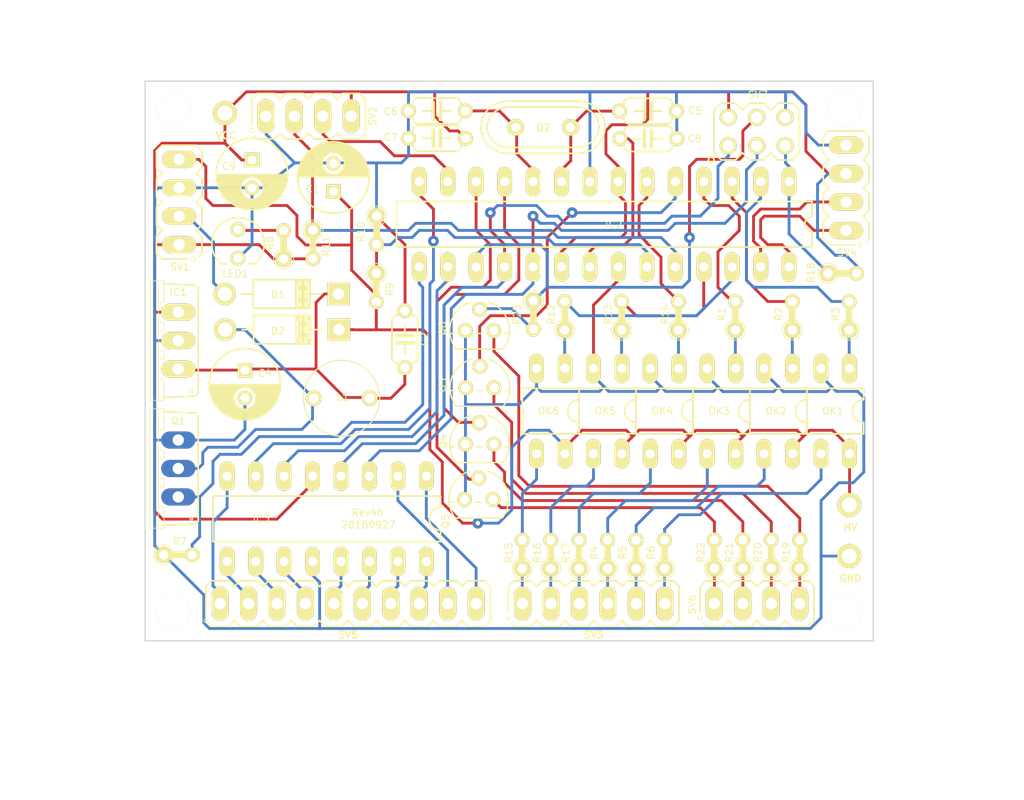
<source format=kicad_pcb>
(kicad_pcb (version 4) (host pcbnew 4.0.6-e0-6349~53~ubuntu14.04.1)
  (title_block (title "Arduino Nixie Clock Module") (date 2016-05-05) (rev Rev4) (company "Ian's Nixie Clocks"))
  (layers (0 F.Cu signal) (31 B.Cu signal) (34 B.Paste user) (35 F.Paste user) (36 B.SilkS user) (37 F.SilkS user) (38 B.Mask user hide) (39 F.Mask user hide) (44 Edge.Cuts user))
  (net 0 "")
  (net 1 GND)
  (net 2 /VIN)
  (net 3 /XTAL1)
  (net 4 /XTAL2)
  (net 5 /VCC)
  (net 6 /AREF)
  (net 7 /RESET)
  (net 8 /ANODE1)
  (net 9 /ANODE2)
  (net 10 /ANODE3)
  (net 11 /N$31)
  (net 12 /ANODE4)
  (net 13 /N$35)
  (net 14 /N$32)
  (net 15 /BTN1)
  (net 16 /DIGIT_C)
  (net 17 /HVD)
  (net 18 /DIGIT_B)
  (net 19 /MOSI)
  (net 20 /DIGIT_D)
  (net 21 /DIGIT_A)
  (net 22 /HVS)
  (net 23 /DLS)
  (net 24 /ANODE5)
  (net 25 /ANODE6)
  (net 26 /SDA)
  (net 27 /SCL)
  (net 28 "Net-(Q3-Pad1)")
  (net 29 "Net-(Q4-Pad1)")
  (net 30 "Net-(Q5-Pad1)")
  (net 31 "Net-(Q6-Pad1)")
  (net 32 /N$1)
  (net 33 /R_LED)
  (net 34 /G_LED)
  (net 35 /B_LED)
  (net 36 /TICK_LED)
  (net 37 /CATHODE_8)
  (net 38 /CATHODE_9)
  (net 39 /CATHODE_0)
  (net 40 /CATHODE_1)
  (net 41 /CATHODE_2)
  (net 42 /CATHODE_3)
  (net 43 /CATHODE_4)
  (net 44 /CATHODE_5)
  (net 45 /CATHODE_6)
  (net 46 /CATHODE_7)
  (net 47 "Net-(OK1-Pad1)")
  (net 48 "Net-(OK1-Pad3)")
  (net 49 "Net-(OK2-Pad1)")
  (net 50 "Net-(OK2-Pad3)")
  (net 51 "Net-(OK3-Pad1)")
  (net 52 "Net-(OK3-Pad3)")
  (net 53 "Net-(OK4-Pad1)")
  (net 54 "Net-(OK4-Pad3)")
  (net 55 "Net-(OK5-Pad1)")
  (net 56 "Net-(OK5-Pad3)")
  (net 57 "Net-(OK6-Pad1)")
  (net 58 "Net-(OK6-Pad3)")
  (net 59 "Net-(LED1-PadA)")
  (net 60 "Net-(R4-Pad1)")
  (net 61 "Net-(R5-Pad1)")
  (net 62 "Net-(R6-Pad1)")
  (net 63 "Net-(R15-Pad1)")
  (net 64 "Net-(R16-Pad1)")
  (net 65 "Net-(R17-Pad1)")
  (net 66 /170V)
  (net 67 "Net-(D1-Pad2)")
  (net 68 /DRAIN)
  (module Mounting_Holes:MountingHole_3mm (layer F.Cu) (at 180.323 137.14)
    (fp_text reference REF** hide)
    (fp_text value MountingHole_3mm)
    (pad "" np_thru_hole circle (at 0 0) (size 3 3) (drill 3) (layers *.Cu *.SilkS *.Mask))
  )
  (module Mounting_Holes:MountingHole_3mm (layer F.Cu) (at 180.323 92.22)
    (fp_text reference REF** hide)
    (fp_text value MountingHole_3mm)
    (pad "" np_thru_hole circle (at 0 0) (size 3 3) (drill 3) (layers *.Cu *.SilkS *.Mask))
  )
  (module Crystals:Crystal_HC49-U_Vertical (layer F.Cu) (at 153.38552 93.8022)
    (fp_text reference Q2 (at 0.0254 0.0254) (layer F.SilkS) (effects (font (size 0.635 0.635) (thickness 0.0889))))
    (fp_text value 16MHz)
    (pad 1 thru_hole circle (at -2.44094 0) (size 1.50114 1.50114) (drill 0.8001) (layers *.Cu *.Mask F.SilkS) (net 4 /XTAL2))
    (pad 2 thru_hole circle (at 2.44094 0) (size 1.50114 1.50114) (drill 0.8001) (layers *.Cu *.Mask F.SilkS) (net 3 /XTAL1))
  )
  (module Diodes_ThroughHole:Diode_DO-41_SOD81_Horizontal_RM10 (layer F.Cu) (at 135.13308 108.68914 180)
    (fp_text reference D1 (at 5.42036 -0.06096 180) (layer F.SilkS) (effects (font (size 0.635 0.635) (thickness 0.089))))
    (fp_text value 1N4001)
    (pad 2 thru_hole circle (at 10.16 -0.00254) (size 1.99898 1.99898) (drill 1.27) (layers *.Cu *.Mask F.SilkS) (net 67 "Net-(D1-Pad2)"))
    (pad 1 thru_hole rect (at 0 -0.00254) (size 1.99898 1.99898) (drill 1.00076) (layers *.Cu *.Mask F.SilkS) (net 2 /VIN))
  )
  (module Diodes_ThroughHole:Diode_DO-41_SOD81_Horizontal_RM10 (layer F.Cu) (at 135.16356 111.8743 180)
    (fp_text reference D2 (at 5.45084 -0.127 180) (layer F.SilkS) (effects (font (size 0.635 0.635) (thickness 0.089))))
    (fp_text value UF4007)
    (pad 2 thru_hole circle (at 10.16 -0.00254) (size 1.99898 1.99898) (drill 1.27) (layers *.Cu *.Mask F.SilkS) (net 68 /DRAIN))
    (pad 1 thru_hole rect (at 0 -0.00254) (size 1.99898 1.99898) (drill 1.00076) (layers *.Cu *.Mask F.SilkS) (net 66 /170V))
  )
  (module Capacitors_ThroughHole:C_Radial_D6.3_L11.2_P2.5 (layer F.Cu) (at 134.6708 99.5426 90)
    (fp_text reference C1 (at 0.22352 -1.8542 180) (layer F.SilkS) (effects (font (size 0.635 0.635) (thickness 0.089))))
    (fp_text value 2.2uF)
    (pad 2 thru_hole circle (at 2.5 0 90) (size 1.3 1.3) (drill 0.8) (layers *.Cu *.Mask F.SilkS) (net 1 GND))
    (pad 1 thru_hole rect (at 0 0 90) (size 1.3 1.3) (drill 0.8) (layers *.Cu *.Mask F.SilkS) (net 66 /170V))
  )
  (module Capacitors_ThroughHole:C_Radial_D6.3_L11.2_P2.5 (layer F.Cu) (at 126.76632 115.49316 270)
    (fp_text reference C4 (at 0.28004 -1.8034 360) (layer F.SilkS) (effects (font (size 0.635 0.635) (thickness 0.089))))
    (fp_text value 220uF)
    (pad 2 thru_hole circle (at 2.5 0 270) (size 1.3 1.3) (drill 0.8) (layers *.Cu *.Mask F.SilkS) (net 1 GND))
    (pad 1 thru_hole rect (at 0 0 270) (size 1.3 1.3) (drill 0.8) (layers *.Cu *.Mask F.SilkS) (net 2 /VIN))
  )
  (module Mounting_Holes:MountingHole_3mm (layer F.Cu) (at 120.403 92.22)
    (fp_text reference REF** hide)
    (fp_text value MountingHole_3mm)
    (pad "" np_thru_hole circle (at 0 0) (size 3 3) (drill 3) (layers *.Cu *.SilkS *.Mask))
  )
  (module Mounting_Holes:MountingHole_3mm (layer F.Cu) (at 120.403 137.14)
    (fp_text reference REF** hide)
    (fp_text value MountingHole_3mm)
    (pad "" np_thru_hole circle (at 0 0) (size 3 3) (drill 3) (layers *.Cu *.SilkS *.Mask))
  )
  (module Capacitors_ThroughHole:C_Radial_D6.3_L11.2_P2.5 (layer F.Cu) (at 127.40132 96.72828 270)
    (fp_text reference C9 (at 0.55372 2.0574 360) (layer F.SilkS) (effects (font (size 0.635 0.635) (thickness 0.0889))))
    (fp_text value 220uF)
    (pad 2 thru_hole circle (at 2.5 0 270) (size 1.3 1.3) (drill 0.8) (layers *.Cu *.Mask F.SilkS) (net 1 GND))
    (pad 1 thru_hole rect (at 0 0 270) (size 1.3 1.3) (drill 0.8) (layers *.Cu *.Mask F.SilkS) (net 5 /VCC))
  )
  (module NixieClockModule:328P_DIL28 (layer F.Cu) (at 158.84652 102.4636 180)
    (fp_text reference IC2 (at -0.8382 -0.0508 180) (layer F.SilkS) (effects (font (size 0.635 0.635) (thickness 0.0889))))
    (fp_text value MEGA8-P)
    (pad 1 thru_hole oval (at -16.51 3.81) (size 1.3208 2.6416) (drill 0.8128) (layers *.Cu *.Mask F.Paste F.SilkS) (net 7 /RESET))
    (pad 2 thru_hole oval (at -13.97 3.81) (size 1.3208 2.6416) (drill 0.8128) (layers *.Cu *.Mask F.Paste F.SilkS) (net 8 /ANODE1))
    (pad 3 thru_hole oval (at -11.43 3.81) (size 1.3208 2.6416) (drill 0.8128) (layers *.Cu *.Mask F.Paste F.SilkS) (net 9 /ANODE2))
    (pad 4 thru_hole oval (at -8.89 3.81) (size 1.3208 2.6416) (drill 0.8128) (layers *.Cu *.Mask F.Paste F.SilkS) (net 10 /ANODE3))
    (pad 5 thru_hole oval (at -6.35 3.81) (size 1.3208 2.6416) (drill 0.8128) (layers *.Cu *.Mask F.Paste F.SilkS) (net 11 /N$31))
    (pad 6 thru_hole oval (at -3.81 3.81) (size 1.3208 2.6416) (drill 0.8128) (layers *.Cu *.Mask F.Paste F.SilkS) (net 12 /ANODE4))
    (pad 7 thru_hole oval (at -1.27 3.81) (size 1.3208 2.6416) (drill 0.8128) (layers *.Cu *.Mask F.Paste F.SilkS) (net 5 /VCC))
    (pad 8 thru_hole oval (at 1.27 3.81) (size 1.3208 2.6416) (drill 0.8128) (layers *.Cu *.Mask F.Paste F.SilkS) (net 1 GND))
    (pad 9 thru_hole oval (at 3.81 3.81) (size 1.3208 2.6416) (drill 0.8128) (layers *.Cu *.Mask F.Paste F.SilkS) (net 3 /XTAL1))
    (pad 10 thru_hole oval (at 6.35 3.81) (size 1.3208 2.6416) (drill 0.8128) (layers *.Cu *.Mask F.Paste F.SilkS) (net 4 /XTAL2))
    (pad 11 thru_hole oval (at 8.89 3.81) (size 1.3208 2.6416) (drill 0.8128) (layers *.Cu *.Mask F.Paste F.SilkS) (net 13 /N$35))
    (pad 12 thru_hole oval (at 11.43 3.81) (size 1.3208 2.6416) (drill 0.8128) (layers *.Cu *.Mask F.Paste F.SilkS) (net 14 /N$32))
    (pad 13 thru_hole oval (at 13.97 3.81) (size 1.3208 2.6416) (drill 0.8128) (layers *.Cu *.Mask F.Paste F.SilkS) (net 15 /BTN1))
    (pad 14 thru_hole oval (at 16.51 3.81) (size 1.3208 2.6416) (drill 0.8128) (layers *.Cu *.Mask F.Paste F.SilkS) (net 16 /DIGIT_C))
    (pad 15 thru_hole oval (at 16.51 -3.81) (size 1.3208 2.6416) (drill 0.8128) (layers *.Cu *.Mask F.Paste F.SilkS) (net 17 /HVD))
    (pad 16 thru_hole oval (at 13.97 -3.81) (size 1.3208 2.6416) (drill 0.8128) (layers *.Cu *.Mask F.Paste F.SilkS) (net 18 /DIGIT_B))
    (pad 17 thru_hole oval (at 11.43 -3.81) (size 1.3208 2.6416) (drill 0.8128) (layers *.Cu *.Mask F.Paste F.SilkS) (net 19 /MOSI))
    (pad 18 thru_hole oval (at 8.89 -3.81) (size 1.3208 2.6416) (drill 0.8128) (layers *.Cu *.Mask F.Paste F.SilkS) (net 20 /DIGIT_D))
    (pad 19 thru_hole oval (at 6.35 -3.81) (size 1.3208 2.6416) (drill 0.8128) (layers *.Cu *.Mask F.Paste F.SilkS) (net 21 /DIGIT_A))
    (pad 20 thru_hole oval (at 3.81 -3.81) (size 1.3208 2.6416) (drill 0.8128) (layers *.Cu *.Mask F.Paste F.SilkS) (net 5 /VCC))
    (pad 21 thru_hole oval (at 1.27 -3.81) (size 1.3208 2.6416) (drill 0.8128) (layers *.Cu *.Mask F.Paste F.SilkS) (net 6 /AREF))
    (pad 22 thru_hole oval (at -1.27 -3.81) (size 1.3208 2.6416) (drill 0.8128) (layers *.Cu *.Mask F.Paste F.SilkS) (net 1 GND))
    (pad 23 thru_hole oval (at -3.81 -3.81) (size 1.3208 2.6416) (drill 0.8128) (layers *.Cu *.Mask F.Paste F.SilkS) (net 22 /HVS))
    (pad 24 thru_hole oval (at -6.35 -3.81) (size 1.3208 2.6416) (drill 0.8128) (layers *.Cu *.Mask F.Paste F.SilkS) (net 23 /DLS))
    (pad 25 thru_hole oval (at -8.89 -3.81) (size 1.3208 2.6416) (drill 0.8128) (layers *.Cu *.Mask F.Paste F.SilkS) (net 24 /ANODE5))
    (pad 26 thru_hole oval (at -11.43 -3.81) (size 1.3208 2.6416) (drill 0.8128) (layers *.Cu *.Mask F.Paste F.SilkS) (net 25 /ANODE6))
    (pad 27 thru_hole oval (at -13.97 -3.81) (size 1.3208 2.6416) (drill 0.8128) (layers *.Cu *.Mask F.Paste F.SilkS) (net 26 /SDA))
    (pad 28 thru_hole oval (at -16.51 -3.81) (size 1.3208 2.6416) (drill 0.8128) (layers *.Cu *.Mask F.Paste F.SilkS) (net 27 /SCL))
  )
  (module NixieClockModule:optocoupler-DIL04 (layer F.Cu) (at 179.47132 119.1514 180)
    (fp_text reference OK1 (at 0.2032 0 180) (layer F.SilkS) (effects (font (size 0.635 0.635) (thickness 0.0889))))
    (fp_text value EL817C)
    (pad 1 thru_hole oval (at -1.27 3.81 180) (size 1.3208 2.6416) (drill 0.8128) (layers *.Cu *.Mask F.Paste F.SilkS) (net 47 "Net-(OK1-Pad1)"))
    (pad 2 thru_hole oval (at 1.27 3.81 180) (size 1.3208 2.6416) (drill 0.8128) (layers *.Cu *.Mask F.Paste F.SilkS) (net 1 GND))
    (pad 3 thru_hole oval (at 1.27 -3.81 180) (size 1.3208 2.6416) (drill 0.8128) (layers *.Cu *.Mask F.Paste F.SilkS) (net 48 "Net-(OK1-Pad3)"))
    (pad 4 thru_hole oval (at -1.27 -3.81 180) (size 1.3208 2.6416) (drill 0.8128) (layers *.Cu *.Mask F.Paste F.SilkS) (net 66 /170V))
  )
  (module NixieClockModule:optocoupler-DIL04 (layer F.Cu) (at 174.39132 119.1514 180)
    (fp_text reference OK2 (at 0.2032 0 180) (layer F.SilkS) (effects (font (size 0.635 0.635) (thickness 0.0889))))
    (fp_text value EL817C)
    (pad 1 thru_hole oval (at -1.27 3.81 180) (size 1.3208 2.6416) (drill 0.8128) (layers *.Cu *.Mask F.Paste F.SilkS) (net 49 "Net-(OK2-Pad1)"))
    (pad 2 thru_hole oval (at 1.27 3.81 180) (size 1.3208 2.6416) (drill 0.8128) (layers *.Cu *.Mask F.Paste F.SilkS) (net 1 GND))
    (pad 3 thru_hole oval (at 1.27 -3.81 180) (size 1.3208 2.6416) (drill 0.8128) (layers *.Cu *.Mask F.Paste F.SilkS) (net 50 "Net-(OK2-Pad3)"))
    (pad 4 thru_hole oval (at -1.27 -3.81 180) (size 1.3208 2.6416) (drill 0.8128) (layers *.Cu *.Mask F.Paste F.SilkS) (net 66 /170V))
  )
  (module NixieClockModule:optocoupler-DIL04 (layer F.Cu) (at 169.31132 119.1514 180)
    (fp_text reference OK3 (at 0.2032 0 180) (layer F.SilkS) (effects (font (size 0.635 0.635) (thickness 0.0889))))
    (fp_text value EL817C)
    (pad 1 thru_hole oval (at -1.27 3.81 180) (size 1.3208 2.6416) (drill 0.8128) (layers *.Cu *.Mask F.Paste F.SilkS) (net 51 "Net-(OK3-Pad1)"))
    (pad 2 thru_hole oval (at 1.27 3.81 180) (size 1.3208 2.6416) (drill 0.8128) (layers *.Cu *.Mask F.Paste F.SilkS) (net 1 GND))
    (pad 3 thru_hole oval (at 1.27 -3.81 180) (size 1.3208 2.6416) (drill 0.8128) (layers *.Cu *.Mask F.Paste F.SilkS) (net 52 "Net-(OK3-Pad3)"))
    (pad 4 thru_hole oval (at -1.27 -3.81 180) (size 1.3208 2.6416) (drill 0.8128) (layers *.Cu *.Mask F.Paste F.SilkS) (net 66 /170V))
  )
  (module NixieClockModule:optocoupler-DIL04 (layer F.Cu) (at 164.23132 119.1514 180)
    (fp_text reference OK4 (at 0.2032 0 180) (layer F.SilkS) (effects (font (size 0.635 0.635) (thickness 0.0889))))
    (fp_text value EL817C)
    (pad 1 thru_hole oval (at -1.27 3.81 180) (size 1.3208 2.6416) (drill 0.8128) (layers *.Cu *.Mask F.Paste F.SilkS) (net 53 "Net-(OK4-Pad1)"))
    (pad 2 thru_hole oval (at 1.27 3.81 180) (size 1.3208 2.6416) (drill 0.8128) (layers *.Cu *.Mask F.Paste F.SilkS) (net 1 GND))
    (pad 3 thru_hole oval (at 1.27 -3.81 180) (size 1.3208 2.6416) (drill 0.8128) (layers *.Cu *.Mask F.Paste F.SilkS) (net 54 "Net-(OK4-Pad3)"))
    (pad 4 thru_hole oval (at -1.27 -3.81 180) (size 1.3208 2.6416) (drill 0.8128) (layers *.Cu *.Mask F.Paste F.SilkS) (net 66 /170V))
  )
  (module NixieClockModule:optocoupler-DIL04 (layer F.Cu) (at 159.15132 119.1514 180)
    (fp_text reference OK5 (at 0.2032 0 180) (layer F.SilkS) (effects (font (size 0.635 0.635) (thickness 0.0889))))
    (fp_text value EL817C)
    (pad 1 thru_hole oval (at -1.27 3.81 180) (size 1.3208 2.6416) (drill 0.8128) (layers *.Cu *.Mask F.Paste F.SilkS) (net 55 "Net-(OK5-Pad1)"))
    (pad 2 thru_hole oval (at 1.27 3.81 180) (size 1.3208 2.6416) (drill 0.8128) (layers *.Cu *.Mask F.Paste F.SilkS) (net 1 GND))
    (pad 3 thru_hole oval (at 1.27 -3.81 180) (size 1.3208 2.6416) (drill 0.8128) (layers *.Cu *.Mask F.Paste F.SilkS) (net 56 "Net-(OK5-Pad3)"))
    (pad 4 thru_hole oval (at -1.27 -3.81 180) (size 1.3208 2.6416) (drill 0.8128) (layers *.Cu *.Mask F.Paste F.SilkS) (net 66 /170V))
  )
  (module NixieClockModule:optocoupler-DIL04 (layer F.Cu) (at 154.07132 119.1514 180)
    (fp_text reference OK6 (at 0.2032 0 180) (layer F.SilkS) (effects (font (size 0.635 0.635) (thickness 0.0889))))
    (fp_text value EL817C)
    (pad 1 thru_hole oval (at -1.27 3.81 180) (size 1.3208 2.6416) (drill 0.8128) (layers *.Cu *.Mask F.Paste F.SilkS) (net 57 "Net-(OK6-Pad1)"))
    (pad 2 thru_hole oval (at 1.27 3.81 180) (size 1.3208 2.6416) (drill 0.8128) (layers *.Cu *.Mask F.Paste F.SilkS) (net 1 GND))
    (pad 3 thru_hole oval (at 1.27 -3.81 180) (size 1.3208 2.6416) (drill 0.8128) (layers *.Cu *.Mask F.Paste F.SilkS) (net 58 "Net-(OK6-Pad3)"))
    (pad 4 thru_hole oval (at -1.27 -3.81 180) (size 1.3208 2.6416) (drill 0.8128) (layers *.Cu *.Mask F.Paste F.SilkS) (net 66 /170V))
  )
  (module NixieClockModule:74141_DIL16 (layer F.Cu) (at 134.08152 128.778 180)
    (fp_text reference IC3 (at 5.842 0 180) (layer F.SilkS) (effects (font (size 0.635 0.635) (thickness 0.0889))))
    (fp_text value 74141N)
    (pad 1 thru_hole oval (at -8.89 3.81) (size 1.3208 2.6416) (drill 0.8128) (layers *.Cu *.Mask F.Paste F.SilkS) (net 37 /CATHODE_8))
    (pad 2 thru_hole oval (at -6.35 3.81) (size 1.3208 2.6416) (drill 0.8128) (layers *.Cu *.Mask F.Paste F.SilkS) (net 38 /CATHODE_9))
    (pad 3 thru_hole oval (at -3.81 3.81) (size 1.3208 2.6416) (drill 0.8128) (layers *.Cu *.Mask F.Paste F.SilkS) (net 21 /DIGIT_A))
    (pad 4 thru_hole oval (at -1.27 3.81) (size 1.3208 2.6416) (drill 0.8128) (layers *.Cu *.Mask F.Paste F.SilkS) (net 20 /DIGIT_D))
    (pad 5 thru_hole oval (at 1.27 3.81) (size 1.3208 2.6416) (drill 0.8128) (layers *.Cu *.Mask F.Paste F.SilkS) (net 5 /VCC))
    (pad 6 thru_hole oval (at 3.81 3.81) (size 1.3208 2.6416) (drill 0.8128) (layers *.Cu *.Mask F.Paste F.SilkS) (net 18 /DIGIT_B))
    (pad 7 thru_hole oval (at 6.35 3.81) (size 1.3208 2.6416) (drill 0.8128) (layers *.Cu *.Mask F.Paste F.SilkS) (net 16 /DIGIT_C))
    (pad 8 thru_hole oval (at 8.89 3.81) (size 1.3208 2.6416) (drill 0.8128) (layers *.Cu *.Mask F.Paste F.SilkS) (net 39 /CATHODE_0))
    (pad 9 thru_hole oval (at 8.89 -3.81) (size 1.3208 2.6416) (drill 0.8128) (layers *.Cu *.Mask F.Paste F.SilkS) (net 40 /CATHODE_1))
    (pad 10 thru_hole oval (at 6.35 -3.81) (size 1.3208 2.6416) (drill 0.8128) (layers *.Cu *.Mask F.Paste F.SilkS) (net 41 /CATHODE_2))
    (pad 11 thru_hole oval (at 3.81 -3.81) (size 1.3208 2.6416) (drill 0.8128) (layers *.Cu *.Mask F.Paste F.SilkS) (net 42 /CATHODE_3))
    (pad 12 thru_hole oval (at 1.27 -3.81) (size 1.3208 2.6416) (drill 0.8128) (layers *.Cu *.Mask F.Paste F.SilkS) (net 1 GND))
    (pad 13 thru_hole oval (at -1.27 -3.81) (size 1.3208 2.6416) (drill 0.8128) (layers *.Cu *.Mask F.Paste F.SilkS) (net 43 /CATHODE_4))
    (pad 14 thru_hole oval (at -3.81 -3.81) (size 1.3208 2.6416) (drill 0.8128) (layers *.Cu *.Mask F.Paste F.SilkS) (net 44 /CATHODE_5))
    (pad 15 thru_hole oval (at -6.35 -3.81) (size 1.3208 2.6416) (drill 0.8128) (layers *.Cu *.Mask F.Paste F.SilkS) (net 45 /CATHODE_6))
    (pad 16 thru_hole oval (at -8.89 -3.81) (size 1.3208 2.6416) (drill 0.8128) (layers *.Cu *.Mask F.Paste F.SilkS) (net 46 /CATHODE_7))
  )
  (module NixieClockModule:2N7000_TO92 (layer F.Cu) (at 147.64512 127.0508)
    (fp_text reference Q5 (at -2.9464 1.9304 270) (layer F.SilkS) (effects (font (size 0.635 0.635) (thickness 0.0889))))
    (fp_text value 2N7000)
    (pad 1 thru_hole circle (at 1.27 0) (size 1.3208 1.3208) (drill 0.8128) (layers *.Cu *.Mask F.Paste F.SilkS) (net 30 "Net-(Q5-Pad1)"))
    (pad 2 thru_hole circle (at 0 -1.905) (size 1.3208 1.3208) (drill 0.8128) (layers *.Cu *.Mask F.Paste F.SilkS) (net 14 /N$32))
    (pad 3 thru_hole circle (at -1.27 0) (size 1.3208 1.3208) (drill 0.8128) (layers *.Cu *.Mask F.Paste F.SilkS) (net 1 GND))
  )
  (module NixieClockModule:2N7000_TO92 (layer F.Cu) (at 147.72132 122.0978)
    (fp_text reference Q4 (at -3.2385 -0.2159 90) (layer F.SilkS) (effects (font (size 0.635 0.635) (thickness 0.0889))))
    (fp_text value 2N7000)
    (pad 1 thru_hole circle (at 1.27 0) (size 1.3208 1.3208) (drill 0.8128) (layers *.Cu *.Mask F.Paste F.SilkS) (net 29 "Net-(Q4-Pad1)"))
    (pad 2 thru_hole circle (at 0 -1.905) (size 1.3208 1.3208) (drill 0.8128) (layers *.Cu *.Mask F.Paste F.SilkS) (net 13 /N$35))
    (pad 3 thru_hole circle (at -1.27 0) (size 1.3208 1.3208) (drill 0.8128) (layers *.Cu *.Mask F.Paste F.SilkS) (net 1 GND))
  )
  (module NixieClockModule:2N7000_TO92 (layer F.Cu) (at 147.74672 117.0686)
    (fp_text reference Q3 (at -3.2639 -0.2413 90) (layer F.SilkS) (effects (font (size 0.635 0.635) (thickness 0.0889))))
    (fp_text value 2N7000)
    (pad 1 thru_hole circle (at 1.27 0) (size 1.3208 1.3208) (drill 0.8128) (layers *.Cu *.Mask F.Paste F.SilkS) (net 28 "Net-(Q3-Pad1)"))
    (pad 2 thru_hole circle (at 0 -1.905) (size 1.3208 1.3208) (drill 0.8128) (layers *.Cu *.Mask F.Paste F.SilkS) (net 11 /N$31))
    (pad 3 thru_hole circle (at -1.27 0) (size 1.3208 1.3208) (drill 0.8128) (layers *.Cu *.Mask F.Paste F.SilkS) (net 1 GND))
  )
  (module NixieClockModule:2N7000_TO92 (layer F.Cu) (at 147.72132 111.9632)
    (fp_text reference Q6 (at -3.3147 -0.1905 90) (layer F.SilkS) (effects (font (size 0.635 0.635) (thickness 0.0889))))
    (fp_text value 2N7000)
    (pad 1 thru_hole circle (at 1.27 0) (size 1.3208 1.3208) (drill 0.8128) (layers *.Cu *.Mask F.Paste F.SilkS) (net 31 "Net-(Q6-Pad1)"))
    (pad 2 thru_hole circle (at 0 -1.905) (size 1.3208 1.3208) (drill 0.8128) (layers *.Cu *.Mask F.Paste F.SilkS) (net 32 /N$1))
    (pad 3 thru_hole circle (at -1.27 0) (size 1.3208 1.3208) (drill 0.8128) (layers *.Cu *.Mask F.Paste F.SilkS) (net 1 GND))
  )
  (module NixieClockModule:Header_MA04-1 (layer F.Cu) (at 132.45592 92.8116)
    (fp_text reference SV2 (at 5.7277 -0.0127 270) (layer F.SilkS) (effects (font (size 0.635 0.635) (thickness 0.0889))))
    (fp_text value CONN_FRONT)
    (pad 1 thru_hole oval (at -3.81 0 180) (size 1.524 3.048) (drill 1.016) (layers *.Cu *.Mask F.Paste F.SilkS) (net 1 GND))
    (pad 2 thru_hole oval (at -1.27 0 180) (size 1.524 3.048) (drill 1.016) (layers *.Cu *.Mask F.Paste F.SilkS) (net 23 /DLS))
    (pad 3 thru_hole oval (at 1.27 0 180) (size 1.524 3.048) (drill 1.016) (layers *.Cu *.Mask F.Paste F.SilkS) (net 15 /BTN1))
    (pad 4 thru_hole oval (at 3.81 0 180) (size 1.524 3.048) (drill 1.016) (layers *.Cu *.Mask F.Paste F.SilkS) (net 5 /VCC))
  )
  (module NixieClockModule:Header_MA04-1 (layer F.Cu) (at 120.89892 100.4824 90)
    (fp_text reference SV1 (at -5.7966 0.079 360) (layer F.SilkS) (effects (font (size 0.635 0.635) (thickness 0.0889))))
    (fp_text value PWR)
    (pad 1 thru_hole oval (at -3.81 0 270) (size 1.524 3.048) (drill 1.016) (layers *.Cu *.Mask F.Paste F.SilkS) (net 5 /VCC))
    (pad 2 thru_hole oval (at -1.27 0 270) (size 1.524 3.048) (drill 1.016) (layers *.Cu *.Mask F.Paste F.SilkS) (net 67 "Net-(D1-Pad2)"))
    (pad 3 thru_hole oval (at 1.27 0 270) (size 1.524 3.048) (drill 1.016) (layers *.Cu *.Mask F.Paste F.SilkS) (net 1 GND))
    (pad 4 thru_hole oval (at 3.81 0 270) (size 1.524 3.048) (drill 1.016) (layers *.Cu *.Mask F.Paste F.SilkS) (net 66 /170V))
  )
  (module NixieClockModule:Header_MA04-1 (layer F.Cu) (at 172.48632 136.3472)
    (fp_text reference SV6 (at -5.7966 0.079 270) (layer F.SilkS) (effects (font (size 0.635 0.635) (thickness 0.0889))))
    (fp_text value CONN_LED)
    (pad 1 thru_hole oval (at -3.81 0 180) (size 1.524 3.048) (drill 1.016) (layers *.Cu *.Mask F.Paste F.SilkS) (net 33 /R_LED))
    (pad 2 thru_hole oval (at -1.27 0 180) (size 1.524 3.048) (drill 1.016) (layers *.Cu *.Mask F.Paste F.SilkS) (net 34 /G_LED))
    (pad 3 thru_hole oval (at 1.27 0 180) (size 1.524 3.048) (drill 1.016) (layers *.Cu *.Mask F.Paste F.SilkS) (net 35 /B_LED))
    (pad 4 thru_hole oval (at 3.81 0 180) (size 1.524 3.048) (drill 1.016) (layers *.Cu *.Mask F.Paste F.SilkS) (net 36 /TICK_LED))
  )
  (module NixieClockModule:Header_MA04-1 (layer F.Cu) (at 180.43652 99.2124 90)
    (fp_text reference SV4 (at -5.7966 0.079 360) (layer F.SilkS) (effects (font (size 0.635 0.635) (thickness 0.0889))))
    (fp_text value CONN_RTC)
    (pad 1 thru_hole oval (at -3.81 0 270) (size 1.524 3.048) (drill 1.016) (layers *.Cu *.Mask F.Paste F.SilkS) (net 27 /SCL))
    (pad 2 thru_hole oval (at -1.27 0 270) (size 1.524 3.048) (drill 1.016) (layers *.Cu *.Mask F.Paste F.SilkS) (net 26 /SDA))
    (pad 3 thru_hole oval (at 1.27 0 270) (size 1.524 3.048) (drill 1.016) (layers *.Cu *.Mask F.Paste F.SilkS) (net 5 /VCC))
    (pad 4 thru_hole oval (at 3.81 0 270) (size 1.524 3.048) (drill 1.016) (layers *.Cu *.Mask F.Paste F.SilkS) (net 1 GND))
  )
  (module NixieClockModule:7805_TO220V (layer F.Cu) (at 118.2862 112.85728 90)
    (fp_text reference IC1 (at 4.31038 2.53652 180) (layer F.SilkS) (effects (font (size 0.635 0.635) (thickness 0.089))))
    (fp_text value 7805TV)
    (pad 1 thru_hole oval (at -2.54 2.54 270) (size 1.524 3.048) (drill 1.016) (layers *.Cu *.Mask F.Paste F.SilkS) (net 2 /VIN))
    (pad 2 thru_hole oval (at 0 2.54 270) (size 1.524 3.048) (drill 1.016) (layers *.Cu *.Mask F.Paste F.SilkS) (net 1 GND))
    (pad 3 thru_hole oval (at 2.54 2.54 270) (size 1.524 3.048) (drill 1.016) (layers *.Cu *.Mask F.Paste F.SilkS) (net 5 /VCC))
  )
  (module NixieClockModule:TRANSISTOR-POWER_TO220BV (layer F.Cu) (at 118.28112 124.2822 90)
    (fp_text reference Q1 (at 4.2418 2.5416 180) (layer F.SilkS) (effects (font (size 0.635 0.635) (thickness 0.0889))))
    (fp_text value IRF740)
    (pad D thru_hole oval (at 0 2.54 270) (size 1.524 3.048) (drill 1.016) (layers *.Cu *.Mask F.Paste) (net 68 /DRAIN))
    (pad G thru_hole oval (at -2.54 2.54 270) (size 1.524 3.048) (drill 1.016) (layers *.Cu *.Mask F.Paste) (net 17 /HVD))
    (pad S thru_hole oval (at 2.54 2.54 270) (size 1.524 3.048) (drill 1.016) (layers *.Cu *.Mask F.Paste) (net 1 GND))
  )
  (module NixieClockModule:Header_MA06-1 (layer F.Cu) (at 157.90672 136.3472)
    (fp_text reference SV3 (at 0 2.794) (layer F.SilkS) (effects (font (size 0.635 0.635) (thickness 0.127))))
    (fp_text value CONN_01X06)
    (pad 1 thru_hole oval (at -6.35 0 180) (size 1.524 3.048) (drill 1.016) (layers *.Cu *.Mask F.Paste F.SilkS) (net 63 "Net-(R15-Pad1)"))
    (pad 2 thru_hole oval (at -3.81 0 180) (size 1.524 3.048) (drill 1.016) (layers *.Cu *.Mask F.Paste F.SilkS) (net 64 "Net-(R16-Pad1)"))
    (pad 3 thru_hole oval (at -1.27 0 180) (size 1.524 3.048) (drill 1.016) (layers *.Cu *.Mask F.Paste F.SilkS) (net 65 "Net-(R17-Pad1)"))
    (pad 4 thru_hole oval (at 1.27 0 180) (size 1.524 3.048) (drill 1.016) (layers *.Cu *.Mask F.Paste F.SilkS) (net 60 "Net-(R4-Pad1)"))
    (pad 5 thru_hole oval (at 3.81 0 180) (size 1.524 3.048) (drill 1.016) (layers *.Cu *.Mask F.Paste F.SilkS) (net 61 "Net-(R5-Pad1)"))
    (pad 6 thru_hole oval (at 6.35 0 180) (size 1.524 3.048) (drill 1.016) (layers *.Cu *.Mask F.Paste F.SilkS) (net 62 "Net-(R6-Pad1)"))
  )
  (module NixieClockModule:Header_MA10-1 (layer F.Cu) (at 135.98652 136.3472)
    (fp_text reference SV5 (at 0 2.794) (layer F.SilkS) (effects (font (size 0.635 0.635) (thickness 0.127))))
    (fp_text value CONN_01X10)
    (pad 1 thru_hole oval (at -11.43 0 180) (size 1.524 3.048) (drill 1.016) (layers *.Cu *.Mask F.Paste F.SilkS) (net 39 /CATHODE_0))
    (pad 2 thru_hole oval (at -8.89 0 180) (size 1.524 3.048) (drill 1.016) (layers *.Cu *.Mask F.Paste F.SilkS) (net 40 /CATHODE_1))
    (pad 3 thru_hole oval (at -6.35 0 180) (size 1.524 3.048) (drill 1.016) (layers *.Cu *.Mask F.Paste F.SilkS) (net 41 /CATHODE_2))
    (pad 4 thru_hole oval (at -3.81 0 180) (size 1.524 3.048) (drill 1.016) (layers *.Cu *.Mask F.Paste F.SilkS) (net 42 /CATHODE_3))
    (pad 5 thru_hole oval (at -1.27 0 180) (size 1.524 3.048) (drill 1.016) (layers *.Cu *.Mask F.Paste F.SilkS) (net 43 /CATHODE_4))
    (pad 6 thru_hole oval (at 1.27 0 180) (size 1.524 3.048) (drill 1.016) (layers *.Cu *.Mask F.Paste F.SilkS) (net 44 /CATHODE_5))
    (pad 7 thru_hole oval (at 3.81 0 180) (size 1.524 3.048) (drill 1.016) (layers *.Cu *.Mask F.Paste F.SilkS) (net 45 /CATHODE_6))
    (pad 8 thru_hole oval (at 6.35 0 180) (size 1.524 3.048) (drill 1.016) (layers *.Cu *.Mask F.Paste F.SilkS) (net 46 /CATHODE_7))
    (pad 9 thru_hole oval (at 8.89 0 180) (size 1.524 3.048) (drill 1.016) (layers *.Cu *.Mask F.Paste F.SilkS) (net 38 /CATHODE_9))
    (pad 10 thru_hole oval (at 11.43 0 180) (size 1.524 3.048) (drill 1.016) (layers *.Cu *.Mask F.Paste F.SilkS) (net 37 /CATHODE_8))
  )
  (module NixieClockModule:R-0207_2V (layer F.Cu) (at 120.79732 131.99364)
    (fp_text reference R7 (at 0.1418 -1.2016) (layer F.SilkS) (effects (font (size 0.635 0.635) (thickness 0.0889))))
    (fp_text value 2.7k)
    (pad 1 thru_hole circle (at -1.27 0) (size 1.3208 1.3208) (drill 0.8128) (layers *.Cu *.Mask F.Paste F.SilkS) (net 1 GND))
    (pad 2 thru_hole circle (at 1.27 0) (size 1.3208 1.3208) (drill 0.8128) (layers *.Cu *.Mask F.Paste F.SilkS) (net 17 /HVD))
  )
  (module NixieClockModule:R-0207_2V (layer F.Cu) (at 132.83692 104.267 270)
    (fp_text reference R11 (at 0.1418 -1.2016 270) (layer F.SilkS) (effects (font (size 0.635 0.635) (thickness 0.0889))))
    (fp_text value 10k)
    (pad 1 thru_hole circle (at -1.27 0 270) (size 1.3208 1.3208) (drill 0.8128) (layers *.Cu *.Mask F.Paste F.SilkS) (net 23 /DLS))
    (pad 2 thru_hole circle (at 1.27 0 270) (size 1.3208 1.3208) (drill 0.8128) (layers *.Cu *.Mask F.Paste F.SilkS) (net 5 /VCC))
  )
  (module NixieClockModule:R-0207_2V (layer F.Cu) (at 180.10632 106.8578)
    (fp_text reference R18 (at -2.8067 -0.0635 90) (layer F.SilkS) (effects (font (size 0.635 0.635) (thickness 0.0889))))
    (fp_text value 10k)
    (pad 1 thru_hole circle (at -1.27 0) (size 1.3208 1.3208) (drill 0.8128) (layers *.Cu *.Mask F.Paste F.SilkS) (net 7 /RESET))
    (pad 2 thru_hole circle (at 1.27 0) (size 1.3208 1.3208) (drill 0.8128) (layers *.Cu *.Mask F.Paste F.SilkS) (net 5 /VCC))
  )
  (module NixieClockModule:R-0207_2V (layer F.Cu) (at 130.22072 104.2924 90)
    (fp_text reference R8 (at 0.1418 -1.2016 90) (layer F.SilkS) (effects (font (size 0.635 0.635) (thickness 0.0889))))
    (fp_text value 2.7k)
    (pad 1 thru_hole circle (at -1.27 0 90) (size 1.3208 1.3208) (drill 0.8128) (layers *.Cu *.Mask F.Paste F.SilkS) (net 5 /VCC))
    (pad 2 thru_hole circle (at 1.27 0 90) (size 1.3208 1.3208) (drill 0.8128) (layers *.Cu *.Mask F.Paste F.SilkS) (net 59 "Net-(LED1-PadA)"))
  )
  (module NixieClockModule:R-0207_2V (layer F.Cu) (at 138.52652 102.997 270)
    (fp_text reference R10 (at 0.127 1.3716 270) (layer F.SilkS) (effects (font (size 0.635 0.635) (thickness 0.0889))))
    (fp_text value 4.7k)
    (pad 1 thru_hole circle (at -1.27 0 270) (size 1.3208 1.3208) (drill 0.8128) (layers *.Cu *.Mask F.Paste F.SilkS) (net 1 GND))
    (pad 2 thru_hole circle (at 1.27 0 270) (size 1.3208 1.3208) (drill 0.8128) (layers *.Cu *.Mask F.Paste F.SilkS) (net 22 /HVS))
  )
  (module NixieClockModule:R-0207_2V (layer F.Cu) (at 138.50112 108.1278 270)
    (fp_text reference R9 (at 0.1418 -1.2016 270) (layer F.SilkS) (effects (font (size 0.635 0.635) (thickness 0.0889))))
    (fp_text value 390k)
    (pad 1 thru_hole circle (at -1.27 0 270) (size 1.3208 1.3208) (drill 0.8128) (layers *.Cu *.Mask F.Paste F.SilkS) (net 22 /HVS))
    (pad 2 thru_hole circle (at 1.27 0 270) (size 1.3208 1.3208) (drill 0.8128) (layers *.Cu *.Mask F.Paste F.SilkS) (net 66 /170V))
  )
  (module NixieClockModule:R-0207_2V (layer F.Cu) (at 152.52192 110.5662 270)
    (fp_text reference R23 (at -0.0381 1.4478 270) (layer F.SilkS) (effects (font (size 0.635 0.635) (thickness 0.0889))))
    (fp_text value 1k)
    (pad 1 thru_hole circle (at -1.27 0 270) (size 1.3208 1.3208) (drill 0.8128) (layers *.Cu *.Mask F.Paste F.SilkS) (net 19 /MOSI))
    (pad 2 thru_hole circle (at 1.27 0 270) (size 1.3208 1.3208) (drill 0.8128) (layers *.Cu *.Mask F.Paste F.SilkS) (net 32 /N$1))
  )
  (module NixieClockModule:R-0207_2V (layer F.Cu) (at 155.31592 110.6424 90)
    (fp_text reference R12 (at 0.1418 -1.2016 90) (layer F.SilkS) (effects (font (size 0.635 0.635) (thickness 0.0889))))
    (fp_text value 1k)
    (pad 1 thru_hole circle (at -1.27 0 90) (size 1.3208 1.3208) (drill 0.8128) (layers *.Cu *.Mask F.Paste F.SilkS) (net 57 "Net-(OK6-Pad1)"))
    (pad 2 thru_hole circle (at 1.27 0 90) (size 1.3208 1.3208) (drill 0.8128) (layers *.Cu *.Mask F.Paste F.SilkS) (net 25 /ANODE6))
  )
  (module NixieClockModule:R-0207_2V (layer F.Cu) (at 160.39592 110.6424 90)
    (fp_text reference R13 (at 0.1418 -1.2016 90) (layer F.SilkS) (effects (font (size 0.635 0.635) (thickness 0.0889))))
    (fp_text value 1k)
    (pad 1 thru_hole circle (at -1.27 0 90) (size 1.3208 1.3208) (drill 0.8128) (layers *.Cu *.Mask F.Paste F.SilkS) (net 55 "Net-(OK5-Pad1)"))
    (pad 2 thru_hole circle (at 1.27 0 90) (size 1.3208 1.3208) (drill 0.8128) (layers *.Cu *.Mask F.Paste F.SilkS) (net 24 /ANODE5))
  )
  (module NixieClockModule:R-0207_2V (layer F.Cu) (at 165.47592 110.6424 90)
    (fp_text reference R14 (at 0.1418 -1.2016 90) (layer F.SilkS) (effects (font (size 0.635 0.635) (thickness 0.0889))))
    (fp_text value 1k)
    (pad 1 thru_hole circle (at -1.27 0 90) (size 1.3208 1.3208) (drill 0.8128) (layers *.Cu *.Mask F.Paste F.SilkS) (net 53 "Net-(OK4-Pad1)"))
    (pad 2 thru_hole circle (at 1.27 0 90) (size 1.3208 1.3208) (drill 0.8128) (layers *.Cu *.Mask F.Paste F.SilkS) (net 12 /ANODE4))
  )
  (module NixieClockModule:R-0207_2V (layer F.Cu) (at 180.71592 110.6424 90)
    (fp_text reference R3 (at 0.1418 -1.2016 90) (layer F.SilkS) (effects (font (size 0.635 0.635) (thickness 0.0889))))
    (fp_text value 1k)
    (pad 1 thru_hole circle (at -1.27 0 90) (size 1.3208 1.3208) (drill 0.8128) (layers *.Cu *.Mask F.Paste F.SilkS) (net 47 "Net-(OK1-Pad1)"))
    (pad 2 thru_hole circle (at 1.27 0 90) (size 1.3208 1.3208) (drill 0.8128) (layers *.Cu *.Mask F.Paste F.SilkS) (net 8 /ANODE1))
  )
  (module NixieClockModule:R-0207_2V (layer F.Cu) (at 164.23132 131.953 90)
    (fp_text reference R6 (at 0.1418 -1.2016 90) (layer F.SilkS) (effects (font (size 0.635 0.635) (thickness 0.0889))))
    (fp_text value 2.7k)
    (pad 1 thru_hole circle (at -1.27 0 90) (size 1.3208 1.3208) (drill 0.8128) (layers *.Cu *.Mask F.Paste F.SilkS) (net 62 "Net-(R6-Pad1)"))
    (pad 2 thru_hole circle (at 1.27 0 90) (size 1.3208 1.3208) (drill 0.8128) (layers *.Cu *.Mask F.Paste F.SilkS) (net 48 "Net-(OK1-Pad3)"))
  )
  (module NixieClockModule:R-0207_2V (layer F.Cu) (at 161.69132 131.953 90)
    (fp_text reference R5 (at 0.1418 -1.2016 90) (layer F.SilkS) (effects (font (size 0.635 0.635) (thickness 0.0889))))
    (fp_text value 2.7k)
    (pad 1 thru_hole circle (at -1.27 0 90) (size 1.3208 1.3208) (drill 0.8128) (layers *.Cu *.Mask F.Paste F.SilkS) (net 61 "Net-(R5-Pad1)"))
    (pad 2 thru_hole circle (at 1.27 0 90) (size 1.3208 1.3208) (drill 0.8128) (layers *.Cu *.Mask F.Paste F.SilkS) (net 50 "Net-(OK2-Pad3)"))
  )
  (module NixieClockModule:R-0207_2V (layer F.Cu) (at 156.61132 131.953 90)
    (fp_text reference R17 (at 0.1418 -1.2016 90) (layer F.SilkS) (effects (font (size 0.635 0.635) (thickness 0.0889))))
    (fp_text value 2.7k)
    (pad 1 thru_hole circle (at -1.27 0 90) (size 1.3208 1.3208) (drill 0.8128) (layers *.Cu *.Mask F.Paste F.SilkS) (net 65 "Net-(R17-Pad1)"))
    (pad 2 thru_hole circle (at 1.27 0 90) (size 1.3208 1.3208) (drill 0.8128) (layers *.Cu *.Mask F.Paste F.SilkS) (net 54 "Net-(OK4-Pad3)"))
  )
  (module NixieClockModule:R-0207_2V (layer F.Cu) (at 159.15132 131.953 90)
    (fp_text reference R4 (at 0.1418 -1.2016 90) (layer F.SilkS) (effects (font (size 0.635 0.635) (thickness 0.0889))))
    (fp_text value 2.7k)
    (pad 1 thru_hole circle (at -1.27 0 90) (size 1.3208 1.3208) (drill 0.8128) (layers *.Cu *.Mask F.Paste F.SilkS) (net 60 "Net-(R4-Pad1)"))
    (pad 2 thru_hole circle (at 1.27 0 90) (size 1.3208 1.3208) (drill 0.8128) (layers *.Cu *.Mask F.Paste F.SilkS) (net 52 "Net-(OK3-Pad3)"))
  )
  (module NixieClockModule:R-0207_2V (layer F.Cu) (at 154.07132 131.953 90)
    (fp_text reference R16 (at 0.1418 -1.2016 90) (layer F.SilkS) (effects (font (size 0.635 0.635) (thickness 0.0889))))
    (fp_text value 2.7k)
    (pad 1 thru_hole circle (at -1.27 0 90) (size 1.3208 1.3208) (drill 0.8128) (layers *.Cu *.Mask F.Paste F.SilkS) (net 64 "Net-(R16-Pad1)"))
    (pad 2 thru_hole circle (at 1.27 0 90) (size 1.3208 1.3208) (drill 0.8128) (layers *.Cu *.Mask F.Paste F.SilkS) (net 56 "Net-(OK5-Pad3)"))
  )
  (module NixieClockModule:R-0207_2V (layer F.Cu) (at 151.53132 131.953 90)
    (fp_text reference R15 (at 0.1418 -1.2016 90) (layer F.SilkS) (effects (font (size 0.635 0.635) (thickness 0.0889))))
    (fp_text value 2.7k)
    (pad 1 thru_hole circle (at -1.27 0 90) (size 1.3208 1.3208) (drill 0.8128) (layers *.Cu *.Mask F.Paste F.SilkS) (net 63 "Net-(R15-Pad1)"))
    (pad 2 thru_hole circle (at 1.27 0 90) (size 1.3208 1.3208) (drill 0.8128) (layers *.Cu *.Mask F.Paste F.SilkS) (net 58 "Net-(OK6-Pad3)"))
  )
  (module NixieClockModule:R-0207_2V (layer F.Cu) (at 176.29632 131.9276 90)
    (fp_text reference R19 (at 0.1418 -1.2016 90) (layer F.SilkS) (effects (font (size 0.635 0.635) (thickness 0.0889))))
    (fp_text value 1k)
    (pad 1 thru_hole circle (at -1.27 0 90) (size 1.3208 1.3208) (drill 0.8128) (layers *.Cu *.Mask F.Paste F.SilkS) (net 36 /TICK_LED))
    (pad 2 thru_hole circle (at 1.27 0 90) (size 1.3208 1.3208) (drill 0.8128) (layers *.Cu *.Mask F.Paste F.SilkS) (net 31 "Net-(Q6-Pad1)"))
  )
  (module NixieClockModule:R-0207_2V (layer F.Cu) (at 171.21632 131.9276 90)
    (fp_text reference R21 (at 0.1418 -1.2016 90) (layer F.SilkS) (effects (font (size 0.635 0.635) (thickness 0.0889))))
    (fp_text value 1k)
    (pad 1 thru_hole circle (at -1.27 0 90) (size 1.3208 1.3208) (drill 0.8128) (layers *.Cu *.Mask F.Paste F.SilkS) (net 34 /G_LED))
    (pad 2 thru_hole circle (at 1.27 0 90) (size 1.3208 1.3208) (drill 0.8128) (layers *.Cu *.Mask F.Paste F.SilkS) (net 29 "Net-(Q4-Pad1)"))
  )
  (module NixieClockModule:R-0207_2V (layer F.Cu) (at 173.75632 131.9276 90)
    (fp_text reference R20 (at 0.1418 -1.2016 90) (layer F.SilkS) (effects (font (size 0.635 0.635) (thickness 0.0889))))
    (fp_text value 1k)
    (pad 1 thru_hole circle (at -1.27 0 90) (size 1.3208 1.3208) (drill 0.8128) (layers *.Cu *.Mask F.Paste F.SilkS) (net 35 /B_LED))
    (pad 2 thru_hole circle (at 1.27 0 90) (size 1.3208 1.3208) (drill 0.8128) (layers *.Cu *.Mask F.Paste F.SilkS) (net 28 "Net-(Q3-Pad1)"))
  )
  (module NixieClockModule:R-0207_2V (layer F.Cu) (at 175.63592 110.6424 90)
    (fp_text reference R2 (at 0.1418 -1.2016 90) (layer F.SilkS) (effects (font (size 0.635 0.635) (thickness 0.0889))))
    (fp_text value 1k)
    (pad 1 thru_hole circle (at -1.27 0 90) (size 1.3208 1.3208) (drill 0.8128) (layers *.Cu *.Mask F.Paste F.SilkS) (net 49 "Net-(OK2-Pad1)"))
    (pad 2 thru_hole circle (at 1.27 0 90) (size 1.3208 1.3208) (drill 0.8128) (layers *.Cu *.Mask F.Paste F.SilkS) (net 9 /ANODE2))
  )
  (module NixieClockModule:R-0207_2V (layer F.Cu) (at 170.55592 110.6424 90)
    (fp_text reference R1 (at 0.1418 -1.2016 90) (layer F.SilkS) (effects (font (size 0.635 0.635) (thickness 0.0889))))
    (fp_text value 1k)
    (pad 1 thru_hole circle (at -1.27 0 90) (size 1.3208 1.3208) (drill 0.8128) (layers *.Cu *.Mask F.Paste F.SilkS) (net 51 "Net-(OK3-Pad1)"))
    (pad 2 thru_hole circle (at 1.27 0 90) (size 1.3208 1.3208) (drill 0.8128) (layers *.Cu *.Mask F.Paste F.SilkS) (net 10 /ANODE3))
  )
  (module NixieClockModule:R-0207_2V (layer F.Cu) (at 168.67632 131.9276 90)
    (fp_text reference R22 (at 0.1418 -1.2016 90) (layer F.SilkS) (effects (font (size 0.635 0.635) (thickness 0.0889))))
    (fp_text value 1k)
    (pad 1 thru_hole circle (at -1.27 0 90) (size 1.3208 1.3208) (drill 0.8128) (layers *.Cu *.Mask F.Paste F.SilkS) (net 33 /R_LED))
    (pad 2 thru_hole circle (at 1.27 0 90) (size 1.3208 1.3208) (drill 0.8128) (layers *.Cu *.Mask F.Paste F.SilkS) (net 30 "Net-(Q5-Pad1)"))
  )
  (module NixieClockModule:TESTPAD_P1-13 (layer F.Cu) (at 124.98832 92.5322)
    (fp_text reference TP3)
    (fp_text value VCC (at 0.1016 2.0066) (layer F.SilkS) (effects (font (size 0.635 0.635) (thickness 0.127))))
    (pad 1 thru_hole circle (at 0 0) (size 2.159 2.159) (drill 1.3208) (layers *.Cu *.Mask F.Paste F.SilkS) (net 5 /VCC))
  )
  (module NixieClockModule:TESTPAD_P1-13 (layer F.Cu) (at 180.72608 132.1054)
    (fp_text reference TP2)
    (fp_text value GND (at 0.1016 2.0066) (layer F.SilkS) (effects (font (size 0.635 0.635) (thickness 0.127))))
    (pad 1 thru_hole circle (at 0 0) (size 2.159 2.159) (drill 1.3208) (layers *.Cu *.Mask F.Paste F.SilkS) (net 1 GND))
  )
  (module NixieClockModule:TESTPAD_P1-13 (layer F.Cu) (at 180.72608 127.54356)
    (fp_text reference TP1)
    (fp_text value HV (at 0.1016 2.0066) (layer F.SilkS) (effects (font (size 0.635 0.635) (thickness 0.127))))
    (pad 1 thru_hole circle (at 0 0) (size 2.159 2.159) (drill 1.3208) (layers *.Cu *.Mask F.Paste F.SilkS) (net 66 /170V))
  )
  (module NixieClockModule:rcl-C050-024X044 (layer F.Cu) (at 162.78352 94.8182 180)
    (fp_text reference C8 (at -4.12496 0.00508 180) (layer F.SilkS) (effects (font (size 0.635 0.635) (thickness 0.0889))))
    (fp_text value 100nF)
    (pad 1 thru_hole circle (at -2.54 0 180) (size 1.3208 1.3208) (drill 0.8128) (layers *.Cu *.Mask F.Paste F.SilkS) (net 1 GND))
    (pad 2 thru_hole circle (at 2.54 0 180) (size 1.3208 1.3208) (drill 0.8128) (layers *.Cu *.Mask F.Paste F.SilkS) (net 6 /AREF))
  )
  (module NixieClockModule:rcl-C050-024X044 (layer F.Cu) (at 162.75304 92.35948 180)
    (fp_text reference C5 (at -4.20116 0.02032 180) (layer F.SilkS) (effects (font (size 0.635 0.635) (thickness 0.0889))))
    (fp_text value 22pF)
    (pad 1 thru_hole circle (at -2.54 0 180) (size 1.3208 1.3208) (drill 0.8128) (layers *.Cu *.Mask F.Paste F.SilkS) (net 1 GND))
    (pad 2 thru_hole circle (at 2.54 0 180) (size 1.3208 1.3208) (drill 0.8128) (layers *.Cu *.Mask F.Paste F.SilkS) (net 3 /XTAL1))
  )
  (module NixieClockModule:rcl-C050-024X044 (layer F.Cu) (at 141.04112 112.73028 270)
    (fp_text reference C2 (at 0 -1.778 270) (layer F.SilkS) (effects (font (size 0.635 0.635) (thickness 0.0889))))
    (fp_text value 100nF)
    (pad 1 thru_hole circle (at -2.54 0 270) (size 1.3208 1.3208) (drill 0.8128) (layers *.Cu *.Mask F.Paste F.SilkS) (net 1 GND))
    (pad 2 thru_hole circle (at 2.54 0 270) (size 1.3208 1.3208) (drill 0.8128) (layers *.Cu *.Mask F.Paste F.SilkS) (net 2 /VIN))
  )
  (module NixieClockModule:rcl-C050-024X044 (layer F.Cu) (at 143.92148 94.78772 180)
    (fp_text reference C7 (at 4.12496 0.07112 180) (layer F.SilkS) (effects (font (size 0.635 0.635) (thickness 0.0889))))
    (fp_text value 100nF)
    (pad 1 thru_hole circle (at -2.54 0 180) (size 1.3208 1.3208) (drill 0.8128) (layers *.Cu *.Mask F.Paste F.SilkS) (net 5 /VCC))
    (pad 2 thru_hole circle (at 2.54 0 180) (size 1.3208 1.3208) (drill 0.8128) (layers *.Cu *.Mask F.Paste F.SilkS) (net 1 GND))
  )
  (module NixieClockModule:rcl-C050-024X044 (layer F.Cu) (at 143.90624 92.33916 180)
    (fp_text reference C6 (at 4.10972 -0.04572 180) (layer F.SilkS) (effects (font (size 0.635 0.635) (thickness 0.0889))))
    (fp_text value 22pF)
    (pad 1 thru_hole circle (at -2.54 0 180) (size 1.3208 1.3208) (drill 0.8128) (layers *.Cu *.Mask F.Paste F.SilkS) (net 4 /XTAL2))
    (pad 2 thru_hole circle (at 2.54 0 180) (size 1.3208 1.3208) (drill 0.8128) (layers *.Cu *.Mask F.Paste F.SilkS) (net 1 GND))
  )
  (module NixieClockModule:LED_3MM (layer F.Cu) (at 126.15672 104.2162 270)
    (fp_text reference LED1 (at 2.667 0.23876 540) (layer F.SilkS) (effects (font (size 0.635 0.635) (thickness 0.0889))))
    (fp_text value Power)
    (pad A thru_hole circle (at -1.27 0 270) (size 1.3208 1.3208) (drill 0.8128) (layers *.Cu *.Mask F.Paste F.SilkS) (net 59 "Net-(LED1-PadA)"))
    (pad K thru_hole circle (at 1.27 0 270) (size 1.3208 1.3208) (drill 0.8128) (layers *.Cu *.Mask F.Paste F.SilkS) (net 1 GND))
  )
  (module NixieClockModule:Inductor-100mH (layer F.Cu) (at 135.40232 118.0084)
    (fp_text reference L1 (at 0.1016 -0.1016) (layer F.SilkS) (effects (font (size 0.635 0.635) (thickness 0.0889))))
    (fp_text value 100uH)
    (pad 1 thru_hole circle (at -2.49936 0) (size 1.4224 1.4224) (drill 0.89916) (layers *.Cu *.Mask F.Paste F.SilkS) (net 68 /DRAIN))
    (pad 2 thru_hole circle (at 2.49936 0) (size 1.4224 1.4224) (drill 0.89916) (layers *.Cu *.Mask F.Paste F.SilkS) (net 2 /VIN))
  )
  (module NixieClockModule:Header_MA03-2 (layer F.Cu) (at 172.46092 94.1832)
    (fp_text reference SV7 (at 0.1016 -3.29184 180) (layer F.SilkS) (effects (font (size 0.635 0.635) (thickness 0.0889))))
    (fp_text value CONN_ISCP)
    (pad 1 thru_hole circle (at -2.54 1.27) (size 1.524 1.524) (drill 1.016) (layers *.Cu *.Mask F.Paste F.SilkS) (net 20 /DIGIT_D))
    (pad 2 thru_hole circle (at -2.54 -1.27) (size 1.524 1.524) (drill 1.016) (layers *.Cu *.Mask F.Paste F.SilkS) (net 5 /VCC))
    (pad 3 thru_hole circle (at 0 1.27) (size 1.524 1.524) (drill 1.016) (layers *.Cu *.Mask F.Paste F.SilkS) (net 21 /DIGIT_A))
    (pad 4 thru_hole circle (at 0 -1.27) (size 1.524 1.524) (drill 1.016) (layers *.Cu *.Mask F.Paste F.SilkS) (net 19 /MOSI))
    (pad 5 thru_hole circle (at 2.54 1.27) (size 1.524 1.524) (drill 1.016) (layers *.Cu *.Mask F.Paste F.SilkS) (net 7 /RESET))
    (pad 6 thru_hole circle (at 2.54 -1.27) (size 1.524 1.524) (drill 1.016) (layers *.Cu *.Mask F.Paste F.SilkS) (net 1 GND))
  )
  (gr_text 20160927 (at 137.78992 129.3114) (layer F.SilkS) (effects (font (size 0.635 0.635) (thickness 0.0889))))
  (gr_text Rev4b (at 137.72642 128.2192) (layer F.SilkS) (effects (font (size 0.635 0.635) (thickness 0.0889))))
  (gr_line (start 117.863 89.68) (end 117.863 139.68) (layer Edge.Cuts) (width 0.1))
  (gr_line (start 182.863 89.68) (end 117.863 89.68) (layer Edge.Cuts) (width 0.1))
  (gr_line (start 182.863 139.68) (end 182.863 89.68) (layer Edge.Cuts) (width 0.1))
  (gr_line (start 117.863 139.68) (end 182.863 139.68) (layer Edge.Cuts) (width 0.1))
  (segment (start 180.72608 132.1054) (end 179.199437 132.1054) (width 0.254) (layer B.Cu) (net 1))
  (segment (start 179.199437 132.1054) (end 178.20843 132.1054) (width 0.254) (layer B.Cu) (net 1))
  (segment (start 120.82112 121.7422) (end 118.73992 121.7422) (width 0.254) (layer B.Cu) (net 1))
  (segment (start 119.52732 131.99364) (end 118.71452 131.18084) (width 0.254) (layer B.Cu) (net 1))
  (segment (start 118.71452 131.18084) (end 118.71452 121.7295) (width 0.254) (layer B.Cu) (net 1))
  (segment (start 118.71452 121.7295) (end 118.71452 112.8522) (width 0.254) (layer B.Cu) (net 1))
  (segment (start 118.71452 112.8522) (end 118.71452 112.6998) (width 0.254) (layer B.Cu) (net 1))
  (segment (start 120.8262 112.85728) (end 119.0482 112.85728) (width 0.254) (layer B.Cu) (net 1))
  (segment (start 119.04312 112.8522) (end 118.71452 112.8522) (width 0.254) (layer B.Cu) (net 1))
  (segment (start 119.0482 112.85728) (end 119.04312 112.8522) (width 0.254) (layer B.Cu) (net 1))
  (segment (start 120.89892 99.2124) (end 119.04472 99.2124) (width 0.254) (layer B.Cu) (net 1))
  (segment (start 119.04472 99.2124) (end 118.71452 99.5426) (width 0.254) (layer B.Cu) (net 1))
  (segment (start 118.71452 99.5426) (end 118.71452 112.6744) (width 0.254) (layer B.Cu) (net 1))
  (segment (start 125.82093 121.74652) (end 125.81661 121.7422) (width 0.254) (layer B.Cu) (net 1))
  (segment (start 125.81661 121.7422) (end 120.82112 121.7422) (width 0.254) (layer B.Cu) (net 1))
  (segment (start 119.52732 131.99364) (end 123.10364 135.56996) (width 0.254) (layer B.Cu) (net 1))
  (segment (start 123.10364 135.56996) (end 123.10364 138.07923) (width 0.254) (layer B.Cu) (net 1))
  (segment (start 123.10364 138.07923) (end 123.59843 138.57402) (width 0.254) (layer B.Cu) (net 1))
  (segment (start 123.59843 138.57402) (end 133.44093 138.57402) (width 0.254) (layer B.Cu) (net 1))
  (segment (start 180.43093 95.39402) (end 177.9745 95.39402) (width 0.254) (layer B.Cu) (net 1))
  (segment (start 177.9745 95.39402) (end 176.85004 94.26956) (width 0.254) (layer B.Cu) (net 1))
  (segment (start 176.85004 94.26956) (end 176.85004 91.821) (width 0.254) (layer B.Cu) (net 1))
  (segment (start 176.85004 91.821) (end 175.66056 90.63152) (width 0.254) (layer B.Cu) (net 1))
  (segment (start 175.66056 90.63152) (end 175.03343 90.63152) (width 0.254) (layer B.Cu) (net 1))
  (segment (start 178.20843 132.1054) (end 178.20843 127.14402) (width 0.254) (layer B.Cu) (net 1))
  (segment (start 178.20843 127.14402) (end 179.79593 125.55652) (width 0.254) (layer B.Cu) (net 1))
  (segment (start 182.01843 124.60402) (end 182.01843 117.93652) (width 0.254) (layer B.Cu) (net 1))
  (segment (start 179.79593 125.55652) (end 181.06593 125.55652) (width 0.254) (layer B.Cu) (net 1))
  (segment (start 181.06593 125.55652) (end 182.01843 124.60402) (width 0.254) (layer B.Cu) (net 1))
  (segment (start 182.01843 117.93652) (end 181.47563 117.39372) (width 0.254) (layer B.Cu) (net 1))
  (segment (start 179.57063 117.39372) (end 179.16093 116.98402) (width 0.254) (layer B.Cu) (net 1))
  (segment (start 181.47563 117.39372) (end 179.57063 117.39372) (width 0.254) (layer B.Cu) (net 1))
  (segment (start 179.16093 116.98402) (end 178.73599 117.40896) (width 0.254) (layer B.Cu) (net 1))
  (segment (start 178.73599 117.40896) (end 174.82337 117.40896) (width 0.254) (layer B.Cu) (net 1))
  (segment (start 174.82337 117.40896) (end 174.39843 116.98402) (width 0.254) (layer B.Cu) (net 1))
  (segment (start 174.39843 116.98402) (end 173.97349 117.40896) (width 0.254) (layer B.Cu) (net 1))
  (segment (start 173.97349 117.40896) (end 169.42587 117.40896) (width 0.254) (layer B.Cu) (net 1))
  (segment (start 169.42587 117.40896) (end 169.00093 116.98402) (width 0.254) (layer B.Cu) (net 1))
  (segment (start 157.56636 90.64752) (end 157.58668 90.6272) (width 0.254) (layer B.Cu) (net 1))
  (segment (start 157.58668 90.6272) (end 165.28872 90.6272) (width 0.254) (layer B.Cu) (net 1))
  (segment (start 165.28872 90.6272) (end 165.29304 90.63152) (width 0.254) (layer B.Cu) (net 1))
  (segment (start 141.36624 92.33916) (end 141.36624 91.405214) (width 0.254) (layer B.Cu) (net 1))
  (segment (start 141.36624 91.405214) (end 141.37843 91.393024) (width 0.254) (layer B.Cu) (net 1))
  (segment (start 141.37843 91.393024) (end 141.37843 90.63152) (width 0.254) (layer B.Cu) (net 1))
  (segment (start 141.37843 90.63152) (end 157.56052 90.63152) (width 0.254) (layer B.Cu) (net 1))
  (segment (start 157.56052 90.63152) (end 157.57652 90.64752) (width 0.254) (layer B.Cu) (net 1))
  (segment (start 157.57652 90.64752) (end 157.57093 90.65311) (width 0.254) (layer B.Cu) (net 1))
  (segment (start 157.57093 90.65311) (end 157.57093 98.63252) (width 0.254) (layer B.Cu) (net 1))
  (segment (start 175.03343 90.63152) (end 165.29304 90.63152) (width 0.254) (layer B.Cu) (net 1))
  (segment (start 165.29304 92.35948) (end 165.29304 91.425534) (width 0.254) (layer B.Cu) (net 1))
  (segment (start 165.29304 91.425534) (end 165.29304 90.63152) (width 0.254) (layer B.Cu) (net 1))
  (segment (start 165.32352 94.8182) (end 165.32352 92.38996) (width 0.254) (layer B.Cu) (net 1))
  (segment (start 165.32352 92.38996) (end 165.29304 92.35948) (width 0.254) (layer B.Cu) (net 1))
  (segment (start 141.38148 94.78772) (end 141.38148 96.34347) (width 0.254) (layer B.Cu) (net 1))
  (segment (start 141.38148 96.34347) (end 140.74343 96.98152) (width 0.254) (layer B.Cu) (net 1))
  (segment (start 140.74343 96.98152) (end 138.52093 96.98152) (width 0.254) (layer B.Cu) (net 1))
  (segment (start 141.36624 92.33916) (end 141.36624 94.77248) (width 0.254) (layer B.Cu) (net 1))
  (segment (start 141.36624 94.77248) (end 141.38148 94.78772) (width 0.254) (layer B.Cu) (net 1))
  (segment (start 178.20843 137.62152) (end 178.20843 132.1054) (width 0.254) (layer B.Cu) (net 1))
  (segment (start 127.40843 104.28402) (end 127.40843 99.20402) (width 0.254) (layer B.Cu) (net 1))
  (segment (start 126.13843 105.55402) (end 127.40843 104.28402) (width 0.254) (layer B.Cu) (net 1))
  (segment (start 141.06652 110.1852) (end 141.06652 104.28961) (width 0.254) (layer F.Cu) (net 1))
  (segment (start 141.06652 104.28961) (end 138.52093 101.74402) (width 0.254) (layer F.Cu) (net 1))
  (segment (start 125.82093 121.74652) (end 126.77343 120.79402) (width 0.254) (layer B.Cu) (net 1))
  (segment (start 126.77343 120.79402) (end 126.77343 117.93652) (width 0.254) (layer B.Cu) (net 1))
  (segment (start 158.84093 116.98402) (end 158.42615 117.3988) (width 0.254) (layer B.Cu) (net 1))
  (segment (start 158.42615 117.3988) (end 153.22321 117.3988) (width 0.254) (layer B.Cu) (net 1))
  (segment (start 153.22321 117.3988) (end 152.80843 116.98402) (width 0.254) (layer B.Cu) (net 1))
  (segment (start 163.92093 116.98402) (end 163.50615 117.3988) (width 0.254) (layer B.Cu) (net 1))
  (segment (start 163.50615 117.3988) (end 159.25571 117.3988) (width 0.254) (layer B.Cu) (net 1))
  (segment (start 159.25571 117.3988) (end 158.84093 116.98402) (width 0.254) (layer B.Cu) (net 1))
  (segment (start 169.00093 116.98402) (end 168.58615 117.3988) (width 0.254) (layer B.Cu) (net 1))
  (segment (start 168.58615 117.3988) (end 164.33571 117.3988) (width 0.254) (layer B.Cu) (net 1))
  (segment (start 164.33571 117.3988) (end 163.92093 116.98402) (width 0.254) (layer B.Cu) (net 1))
  (segment (start 127.40843 99.20402) (end 121.05843 99.20402) (width 0.254) (layer B.Cu) (net 1))
  (segment (start 132.80593 132.60502) (end 132.80593 133.81152) (width 0.254) (layer B.Cu) (net 1))
  (segment (start 132.80593 133.81152) (end 133.44093 134.44652) (width 0.254) (layer B.Cu) (net 1))
  (segment (start 133.44093 134.44652) (end 133.44093 138.57402) (width 0.254) (layer B.Cu) (net 1))
  (segment (start 133.44093 138.57402) (end 177.25593 138.57402) (width 0.254) (layer B.Cu) (net 1))
  (segment (start 177.25593 138.57402) (end 178.20843 137.62152) (width 0.254) (layer B.Cu) (net 1))
  (segment (start 152.80843 116.98402) (end 152.80843 115.39652) (width 0.254) (layer B.Cu) (net 1))
  (segment (start 152.80843 115.39652) (end 152.80843 115.71402) (width 0.254) (layer B.Cu) (net 1))
  (segment (start 152.80843 116.98402) (end 151.22093 118.57152) (width 0.254) (layer B.Cu) (net 1))
  (segment (start 151.22093 118.57152) (end 146.45843 118.57152) (width 0.254) (layer B.Cu) (net 1))
  (segment (start 146.45843 118.57152) (end 146.45843 116.98402) (width 0.254) (layer B.Cu) (net 1))
  (segment (start 146.45843 116.98402) (end 146.45843 111.90402) (width 0.254) (layer B.Cu) (net 1))
  (segment (start 179.16093 116.98402) (end 178.20843 116.03152) (width 0.254) (layer B.Cu) (net 1))
  (segment (start 178.20843 116.03152) (end 178.20843 115.39652) (width 0.254) (layer B.Cu) (net 1))
  (segment (start 173.12843 115.39652) (end 173.12843 115.71402) (width 0.254) (layer B.Cu) (net 1))
  (segment (start 173.12843 115.71402) (end 174.39843 116.98402) (width 0.254) (layer B.Cu) (net 1))
  (segment (start 157.88843 115.39652) (end 157.88843 116.03152) (width 0.254) (layer B.Cu) (net 1))
  (segment (start 157.88843 116.03152) (end 158.84093 116.98402) (width 0.254) (layer B.Cu) (net 1))
  (segment (start 162.96843 115.39652) (end 162.96843 116.03152) (width 0.254) (layer B.Cu) (net 1))
  (segment (start 162.96843 116.03152) (end 163.92093 116.98402) (width 0.254) (layer B.Cu) (net 1))
  (segment (start 175.03343 90.63152) (end 175.03343 92.85402) (width 0.254) (layer B.Cu) (net 1))
  (segment (start 128.67843 94.44152) (end 128.67843 92.85402) (width 0.254) (layer B.Cu) (net 1))
  (segment (start 146.45843 118.57152) (end 146.45843 122.06402) (width 0.254) (layer B.Cu) (net 1))
  (segment (start 146.45843 122.06402) (end 146.45843 127.14402) (width 0.254) (layer B.Cu) (net 1))
  (segment (start 168.04843 116.03152) (end 169.00093 116.98402) (width 0.254) (layer B.Cu) (net 1))
  (segment (start 168.04843 116.03152) (end 168.04843 115.39652) (width 0.254) (layer B.Cu) (net 1))
  (segment (start 160.11093 107.45902) (end 157.88843 109.68152) (width 0.254) (layer F.Cu) (net 1))
  (segment (start 157.88843 109.68152) (end 157.88843 115.39652) (width 0.254) (layer F.Cu) (net 1))
  (segment (start 160.11093 106.25252) (end 160.11093 107.45902) (width 0.254) (layer F.Cu) (net 1))
  (segment (start 131.21843 96.98152) (end 128.67843 94.44152) (width 0.254) (layer B.Cu) (net 1))
  (segment (start 128.36093 99.20402) (end 131.21843 96.98152) (width 0.254) (layer B.Cu) (net 1))
  (segment (start 127.40843 99.20402) (end 128.36093 99.20402) (width 0.254) (layer B.Cu) (net 1))
  (segment (start 131.21843 96.98152) (end 134.71093 96.98152) (width 0.254) (layer B.Cu) (net 1))
  (segment (start 134.71093 96.98152) (end 138.52093 96.98152) (width 0.254) (layer B.Cu) (net 1))
  (segment (start 138.52093 96.98152) (end 138.52093 101.74402) (width 0.254) (layer B.Cu) (net 1))
  (segment (start 126.76632 115.49316) (end 120.92208 115.49316) (width 0.254) (layer F.Cu) (net 2))
  (segment (start 120.92208 115.49316) (end 120.8262 115.39728) (width 0.254) (layer F.Cu) (net 2))
  (segment (start 139.8016 118.0084) (end 141.04112 116.76888) (width 0.254) (layer F.Cu) (net 2))
  (segment (start 141.04112 116.76888) (end 141.04112 115.27028) (width 0.254) (layer F.Cu) (net 2))
  (segment (start 137.90168 118.0084) (end 139.8016 118.0084) (width 0.254) (layer F.Cu) (net 2))
  (segment (start 135.13308 108.69168) (end 133.87959 108.69168) (width 0.254) (layer F.Cu) (net 2))
  (segment (start 133.87959 108.69168) (end 133.12343 109.44784) (width 0.254) (layer F.Cu) (net 2))
  (segment (start 133.12343 109.44784) (end 133.12343 115.39652) (width 0.254) (layer F.Cu) (net 2))
  (segment (start 135.66343 117.93652) (end 133.12343 115.39652) (width 0.254) (layer F.Cu) (net 2))
  (segment (start 137.84605 117.93652) (end 135.66343 117.93652) (width 0.254) (layer F.Cu) (net 2))
  (segment (start 133.12343 115.39652) (end 126.77343 115.39652) (width 0.254) (layer F.Cu) (net 2))
  (segment (start 155.82646 93.8022) (end 157.26918 92.35948) (width 0.254) (layer F.Cu) (net 3))
  (segment (start 157.26918 92.35948) (end 160.21304 92.35948) (width 0.254) (layer F.Cu) (net 3))
  (segment (start 155.03093 97.61652) (end 155.03093 98.63252) (width 0.254) (layer F.Cu) (net 3))
  (segment (start 155.03093 97.61652) (end 155.85643 96.79102) (width 0.254) (layer F.Cu) (net 3))
  (segment (start 155.85643 96.79102) (end 155.85643 93.80652) (width 0.254) (layer F.Cu) (net 3))
  (segment (start 146.44624 92.33916) (end 149.48154 92.33916) (width 0.254) (layer F.Cu) (net 4))
  (segment (start 149.48154 92.33916) (end 150.94458 93.8022) (width 0.254) (layer F.Cu) (net 4))
  (segment (start 152.49093 98.63252) (end 152.49093 97.61652) (width 0.254) (layer F.Cu) (net 4))
  (segment (start 152.49093 97.61652) (end 151.03043 96.15602) (width 0.254) (layer F.Cu) (net 4))
  (segment (start 151.03043 96.15602) (end 151.03043 93.80652) (width 0.254) (layer F.Cu) (net 4))
  (segment (start 126.49732 96.72828) (end 124.99364 95.2246) (width 0.254) (layer F.Cu) (net 5))
  (segment (start 124.99364 95.2246) (end 119.37492 95.2246) (width 0.254) (layer F.Cu) (net 5))
  (segment (start 119.37492 95.2246) (end 118.71452 95.885) (width 0.254) (layer F.Cu) (net 5))
  (segment (start 118.71452 95.885) (end 118.71452 104.29672) (width 0.254) (layer F.Cu) (net 5))
  (segment (start 121.05843 104.28402) (end 118.72722 104.28402) (width 0.254) (layer F.Cu) (net 5))
  (segment (start 118.71452 110.3249) (end 118.71452 104.29672) (width 0.254) (layer F.Cu) (net 5))
  (segment (start 118.71452 104.29672) (end 118.72722 104.28402) (width 0.254) (layer F.Cu) (net 5))
  (segment (start 120.74093 110.31652) (end 118.7229 110.31652) (width 0.254) (layer F.Cu) (net 5))
  (segment (start 118.7229 110.31652) (end 118.71452 110.3249) (width 0.254) (layer F.Cu) (net 5))
  (segment (start 118.71452 110.3249) (end 118.71452 128.1049) (width 0.254) (layer F.Cu) (net 5))
  (segment (start 118.71452 128.1049) (end 119.41302 128.8034) (width 0.254) (layer F.Cu) (net 5))
  (segment (start 119.41302 128.8034) (end 129.63652 128.8034) (width 0.254) (layer F.Cu) (net 5))
  (segment (start 129.63652 128.8034) (end 132.81152 125.6284) (width 0.254) (layer F.Cu) (net 5))
  (segment (start 132.81152 125.6284) (end 132.81152 124.968) (width 0.254) (layer F.Cu) (net 5))
  (segment (start 136.27024 90.63152) (end 126.89916 90.63152) (width 0.254) (layer F.Cu) (net 5))
  (segment (start 126.89916 90.63152) (end 126.32944 91.20124) (width 0.254) (layer F.Cu) (net 5))
  (segment (start 126.32944 91.20124) (end 126.31928 91.20124) (width 0.254) (layer F.Cu) (net 5))
  (segment (start 126.31928 91.20124) (end 124.98832 92.5322) (width 0.254) (layer F.Cu) (net 5))
  (segment (start 124.98832 92.5322) (end 124.98832 95.21928) (width 0.254) (layer F.Cu) (net 5))
  (segment (start 124.98832 95.21928) (end 126.49732 96.72828) (width 0.254) (layer F.Cu) (net 5))
  (segment (start 126.49732 96.72828) (end 127.40132 96.72828) (width 0.254) (layer F.Cu) (net 5))
  (segment (start 169.95343 90.63152) (end 175.6758 90.63152) (width 0.254) (layer F.Cu) (net 5))
  (segment (start 175.6758 90.63152) (end 176.85004 91.80576) (width 0.254) (layer F.Cu) (net 5))
  (segment (start 176.85004 91.80576) (end 176.85004 95.94063) (width 0.254) (layer F.Cu) (net 5))
  (segment (start 176.85004 95.94063) (end 178.84343 97.93402) (width 0.254) (layer F.Cu) (net 5))
  (segment (start 178.84343 97.93402) (end 180.43093 97.93402) (width 0.254) (layer F.Cu) (net 5))
  (segment (start 155.03093 106.25252) (end 155.03093 104.91902) (width 0.254) (layer F.Cu) (net 5))
  (segment (start 155.03093 104.91902) (end 156.30093 103.64902) (width 0.254) (layer F.Cu) (net 5))
  (segment (start 156.30093 103.64902) (end 160.34842 103.64902) (width 0.254) (layer F.Cu) (net 5))
  (segment (start 158.99892 94.107) (end 159.53232 93.5736) (width 0.254) (layer F.Cu) (net 5))
  (segment (start 160.34842 103.64902) (end 160.74593 103.25151) (width 0.254) (layer F.Cu) (net 5))
  (segment (start 160.74593 103.25151) (end 160.74593 100.47402) (width 0.254) (layer F.Cu) (net 5))
  (segment (start 162.73272 93.08973) (end 162.73272 90.6272) (width 0.254) (layer F.Cu) (net 5))
  (segment (start 160.74593 100.47402) (end 160.11093 99.83902) (width 0.254) (layer F.Cu) (net 5))
  (segment (start 160.11093 99.83902) (end 160.11093 97.29902) (width 0.254) (layer F.Cu) (net 5))
  (segment (start 160.11093 97.29902) (end 158.99892 96.18701) (width 0.254) (layer F.Cu) (net 5))
  (segment (start 158.99892 96.18701) (end 158.99892 94.107) (width 0.254) (layer F.Cu) (net 5))
  (segment (start 159.53232 93.5736) (end 162.24885 93.5736) (width 0.254) (layer F.Cu) (net 5))
  (segment (start 162.24885 93.5736) (end 162.73272 93.08973) (width 0.254) (layer F.Cu) (net 5))
  (segment (start 162.73272 90.6272) (end 143.7132 90.6272) (width 0.254) (layer F.Cu) (net 5))
  (segment (start 145.049241 94.127321) (end 143.7132 92.79128) (width 0.254) (layer F.Cu) (net 5))
  (segment (start 143.7132 90.6272) (end 142.69644 90.6272) (width 0.254) (layer F.Cu) (net 5))
  (segment (start 143.7132 92.79128) (end 143.7132 90.6272) (width 0.254) (layer F.Cu) (net 5))
  (segment (start 146.46148 94.78772) (end 145.801081 94.127321) (width 0.254) (layer F.Cu) (net 5))
  (segment (start 145.801081 94.127321) (end 145.049241 94.127321) (width 0.254) (layer F.Cu) (net 5))
  (segment (start 142.69644 90.6272) (end 142.69212 90.63152) (width 0.254) (layer F.Cu) (net 5))
  (segment (start 162.73272 90.6272) (end 169.94911 90.6272) (width 0.254) (layer F.Cu) (net 5))
  (segment (start 169.94911 90.6272) (end 169.95343 90.63152) (width 0.254) (layer F.Cu) (net 5))
  (segment (start 142.69212 90.63152) (end 136.27024 90.63152) (width 0.254) (layer F.Cu) (net 5))
  (segment (start 136.26592 92.8116) (end 136.26592 91.0336) (width 0.254) (layer F.Cu) (net 5))
  (segment (start 136.26592 91.0336) (end 136.27024 91.02928) (width 0.254) (layer F.Cu) (net 5))
  (segment (start 136.27024 91.02928) (end 136.27024 90.63152) (width 0.254) (layer F.Cu) (net 5))
  (segment (start 178.84343 97.93402) (end 180.43093 97.93402) (width 0.254) (layer B.Cu) (net 5))
  (segment (start 128.04343 104.28402) (end 121.05843 104.28402) (width 0.254) (layer F.Cu) (net 5))
  (segment (start 128.04343 104.28402) (end 129.31343 105.55402) (width 0.254) (layer F.Cu) (net 5))
  (segment (start 129.31343 105.55402) (end 130.26593 105.55402) (width 0.254) (layer F.Cu) (net 5))
  (segment (start 130.26593 105.55402) (end 132.80593 105.55402) (width 0.254) (layer F.Cu) (net 5))
  (segment (start 169.95343 90.63152) (end 169.95343 92.85402) (width 0.254) (layer F.Cu) (net 5))
  (segment (start 177.89093 98.88652) (end 178.84343 97.93402) (width 0.254) (layer B.Cu) (net 5))
  (segment (start 177.89093 103.64902) (end 177.89093 98.88652) (width 0.254) (layer B.Cu) (net 5))
  (segment (start 179.47843 105.23652) (end 180.43093 105.23652) (width 0.254) (layer B.Cu) (net 5))
  (segment (start 180.43093 105.23652) (end 181.38343 106.18902) (width 0.254) (layer B.Cu) (net 5))
  (segment (start 179.47843 105.23652) (end 177.89093 103.64902) (width 0.254) (layer B.Cu) (net 5))
  (segment (start 181.38343 106.18902) (end 181.38343 106.82402) (width 0.254) (layer B.Cu) (net 5))
  (segment (start 157.57652 106.2736) (end 157.57652 104.8766) (width 0.254) (layer F.Cu) (net 6))
  (segment (start 157.57652 104.8766) (end 158.1658 104.28732) (width 0.254) (layer F.Cu) (net 6))
  (segment (start 158.1658 104.28732) (end 160.6804 104.28732) (width 0.254) (layer F.Cu) (net 6))
  (segment (start 160.6804 104.28732) (end 161.40176 103.56596) (width 0.254) (layer F.Cu) (net 6))
  (segment (start 161.40176 103.56596) (end 161.40176 95.21952) (width 0.254) (layer F.Cu) (net 6))
  (segment (start 161.40176 95.21952) (end 161.00044 94.8182) (width 0.254) (layer F.Cu) (net 6))
  (segment (start 161.00044 94.8182) (end 160.24352 94.8182) (width 0.254) (layer F.Cu) (net 6))
  (segment (start 175.35093 103.33152) (end 178.84343 106.82402) (width 0.254) (layer B.Cu) (net 7))
  (segment (start 175.03343 95.39402) (end 175.03343 96.98152) (width 0.254) (layer B.Cu) (net 7))
  (segment (start 175.03343 96.98152) (end 175.35093 97.29902) (width 0.254) (layer B.Cu) (net 7))
  (segment (start 175.35093 97.29902) (end 175.35093 98.63252) (width 0.254) (layer B.Cu) (net 7))
  (segment (start 175.35093 98.63252) (end 175.35093 103.33152) (width 0.254) (layer B.Cu) (net 7))
  (segment (start 171.54093 107.45902) (end 172.17593 108.09402) (width 0.254) (layer B.Cu) (net 8))
  (segment (start 172.17593 108.09402) (end 177.89093 108.09402) (width 0.254) (layer B.Cu) (net 8))
  (segment (start 177.89093 108.09402) (end 179.16093 109.36402) (width 0.254) (layer B.Cu) (net 8))
  (segment (start 179.16093 109.36402) (end 180.74843 109.36402) (width 0.254) (layer B.Cu) (net 8))
  (segment (start 171.54093 107.45902) (end 171.54093 101.42652) (width 0.254) (layer B.Cu) (net 8))
  (segment (start 171.54093 101.42652) (end 172.81093 100.15652) (width 0.254) (layer B.Cu) (net 8))
  (segment (start 172.81093 100.15652) (end 172.81093 98.63252) (width 0.254) (layer B.Cu) (net 8))
  (segment (start 171.54093 107.45902) (end 173.44593 109.36402) (width 0.254) (layer F.Cu) (net 9))
  (segment (start 173.44593 109.36402) (end 175.66843 109.36402) (width 0.254) (layer F.Cu) (net 9))
  (segment (start 171.54093 107.45902) (end 171.54093 101.42652) (width 0.254) (layer F.Cu) (net 9))
  (segment (start 171.54093 101.42652) (end 170.27093 100.15652) (width 0.254) (layer F.Cu) (net 9))
  (segment (start 170.27093 100.15652) (end 170.27093 98.63252) (width 0.254) (layer F.Cu) (net 9))
  (segment (start 169.00093 104.91902) (end 169.00093 108.09402) (width 0.254) (layer F.Cu) (net 10))
  (segment (start 169.00093 108.09402) (end 170.27093 109.36402) (width 0.254) (layer F.Cu) (net 10))
  (segment (start 170.27093 109.36402) (end 170.58843 109.36402) (width 0.254) (layer F.Cu) (net 10))
  (segment (start 169.95343 100.79152) (end 168.36593 100.79152) (width 0.254) (layer F.Cu) (net 10))
  (segment (start 168.36593 100.79152) (end 167.73093 100.15652) (width 0.254) (layer F.Cu) (net 10))
  (segment (start 167.73093 100.15652) (end 167.73093 98.63252) (width 0.254) (layer F.Cu) (net 10))
  (segment (start 169.95343 100.79152) (end 170.90593 101.74402) (width 0.254) (layer F.Cu) (net 10))
  (segment (start 170.90593 101.74402) (end 170.90593 103.01402) (width 0.254) (layer F.Cu) (net 10))
  (segment (start 170.90593 103.01402) (end 169.00093 104.91902) (width 0.254) (layer F.Cu) (net 10))
  (segment (start 155.98343 101.42652) (end 163.92093 101.42652) (width 0.254) (layer B.Cu) (net 11))
  (segment (start 163.92093 101.42652) (end 165.19093 100.15652) (width 0.254) (layer B.Cu) (net 11))
  (segment (start 165.19093 100.15652) (end 165.19093 98.63252) (width 0.254) (layer B.Cu) (net 11))
  (via (at 155.98343 101.42652) (size 0.95555) (layers F.Cu B.Cu) (net 11))
  (segment (start 153.76093 103.64902) (end 153.76093 109.68152) (width 0.254) (layer F.Cu) (net 11))
  (segment (start 153.76093 109.68152) (end 152.80843 110.63402) (width 0.254) (layer F.Cu) (net 11))
  (segment (start 155.98343 101.42652) (end 153.76093 103.64902) (width 0.254) (layer F.Cu) (net 11))
  (segment (start 152.80843 110.63402) (end 148.68093 110.63402) (width 0.254) (layer F.Cu) (net 11))
  (segment (start 148.68093 110.63402) (end 147.72843 111.58652) (width 0.254) (layer F.Cu) (net 11))
  (segment (start 147.72843 111.58652) (end 147.72843 115.07902) (width 0.254) (layer F.Cu) (net 11))
  (segment (start 165.50843 109.36402) (end 164.01542 107.87101) (width 0.254) (layer F.Cu) (net 12))
  (segment (start 164.01542 107.87101) (end 164.01542 107.8611) (width 0.254) (layer F.Cu) (net 12))
  (segment (start 164.01542 107.8611) (end 163.91382 107.7595) (width 0.254) (layer F.Cu) (net 12))
  (segment (start 163.91382 107.7595) (end 163.91382 105.397724) (width 0.254) (layer F.Cu) (net 12))
  (segment (start 163.91382 105.397724) (end 162.60572 104.089624) (width 0.254) (layer F.Cu) (net 12))
  (segment (start 161.95802 100.78872) (end 162.65093 100.09581) (width 0.254) (layer F.Cu) (net 12))
  (segment (start 162.60572 104.089624) (end 162.60572 104.0511) (width 0.254) (layer F.Cu) (net 12))
  (segment (start 162.65093 100.09581) (end 162.65093 98.63252) (width 0.254) (layer F.Cu) (net 12))
  (segment (start 162.60572 104.0511) (end 161.95802 103.4034) (width 0.254) (layer F.Cu) (net 12))
  (segment (start 161.95802 103.4034) (end 161.95802 100.78872) (width 0.254) (layer F.Cu) (net 12))
  (segment (start 144.55343 109.68152) (end 144.55343 118.88902) (width 0.254) (layer F.Cu) (net 13))
  (segment (start 144.55343 118.88902) (end 145.82343 120.15902) (width 0.254) (layer F.Cu) (net 13))
  (segment (start 145.82343 120.15902) (end 147.72843 120.15902) (width 0.254) (layer F.Cu) (net 13))
  (segment (start 149.95093 108.72902) (end 145.50593 108.72902) (width 0.254) (layer F.Cu) (net 13))
  (segment (start 145.50593 108.72902) (end 144.55343 109.68152) (width 0.254) (layer F.Cu) (net 13))
  (segment (start 149.95093 98.63252) (end 149.95093 103.01402) (width 0.254) (layer F.Cu) (net 13))
  (segment (start 149.95093 103.01402) (end 151.22093 104.28402) (width 0.254) (layer F.Cu) (net 13))
  (segment (start 151.22093 104.28402) (end 151.22093 107.45902) (width 0.254) (layer F.Cu) (net 13))
  (segment (start 151.22093 107.45902) (end 149.95093 108.72902) (width 0.254) (layer F.Cu) (net 13))
  (segment (start 147.72843 125.23902) (end 146.77593 125.23902) (width 0.254) (layer F.Cu) (net 14))
  (segment (start 146.77593 125.23902) (end 143.91843 122.38152) (width 0.254) (layer F.Cu) (net 14))
  (segment (start 143.91843 122.38152) (end 143.91843 109.36402) (width 0.254) (layer F.Cu) (net 14))
  (segment (start 143.91843 109.36402) (end 145.18843 108.09402) (width 0.254) (layer F.Cu) (net 14))
  (segment (start 145.18843 108.09402) (end 148.04593 108.09402) (width 0.254) (layer F.Cu) (net 14))
  (segment (start 148.04593 108.09402) (end 148.68093 107.45902) (width 0.254) (layer F.Cu) (net 14))
  (segment (start 148.68093 107.45902) (end 148.68093 104.28402) (width 0.254) (layer F.Cu) (net 14))
  (segment (start 148.68093 104.28402) (end 147.41093 103.01402) (width 0.254) (layer F.Cu) (net 14))
  (segment (start 147.41093 103.01402) (end 147.41093 98.63252) (width 0.254) (layer F.Cu) (net 14))
  (segment (start 144.87093 98.63252) (end 144.87093 97.61652) (width 0.254) (layer F.Cu) (net 15))
  (segment (start 144.87093 97.61652) (end 143.60093 96.34652) (width 0.254) (layer F.Cu) (net 15))
  (segment (start 143.60093 96.34652) (end 140.10843 96.34652) (width 0.254) (layer F.Cu) (net 15))
  (segment (start 140.10843 96.34652) (end 138.83843 95.07652) (width 0.254) (layer F.Cu) (net 15))
  (segment (start 138.83843 95.07652) (end 134.39343 95.07652) (width 0.254) (layer F.Cu) (net 15))
  (segment (start 134.39343 95.07652) (end 133.75843 94.44152) (width 0.254) (layer F.Cu) (net 15))
  (segment (start 133.75843 94.44152) (end 133.75843 92.85402) (width 0.254) (layer F.Cu) (net 15))
  (segment (start 127.72593 124.98502) (end 127.72593 123.65152) (width 0.254) (layer B.Cu) (net 16))
  (segment (start 127.72593 123.65152) (end 129.31343 122.06402) (width 0.254) (layer B.Cu) (net 16))
  (segment (start 129.31343 122.06402) (end 135.34593 122.06402) (width 0.254) (layer B.Cu) (net 16))
  (segment (start 135.34593 122.06402) (end 136.61593 120.79402) (width 0.254) (layer B.Cu) (net 16))
  (segment (start 136.61593 120.79402) (end 141.37843 120.79402) (width 0.254) (layer B.Cu) (net 16))
  (segment (start 141.37843 120.79402) (end 143.28343 118.88902) (width 0.254) (layer B.Cu) (net 16))
  (segment (start 143.28343 118.88902) (end 143.28343 107.77652) (width 0.254) (layer B.Cu) (net 16))
  (segment (start 143.28343 107.77652) (end 143.60093 107.45902) (width 0.254) (layer B.Cu) (net 16))
  (segment (start 143.60093 107.45902) (end 143.60093 103.96652) (width 0.254) (layer B.Cu) (net 16))
  (via (at 143.60093 103.96652) (size 0.95555) (layers F.Cu B.Cu) (net 16))
  (segment (start 142.33093 99.83902) (end 142.33093 98.63252) (width 0.254) (layer F.Cu) (net 16))
  (segment (start 142.33093 99.83902) (end 143.60093 101.10902) (width 0.254) (layer F.Cu) (net 16))
  (segment (start 143.60093 101.10902) (end 143.60093 103.96652) (width 0.254) (layer F.Cu) (net 16))
  (segment (start 122.06732 131.99364) (end 122.06732 131.059694) (width 0.254) (layer B.Cu) (net 17))
  (segment (start 122.06732 131.059694) (end 122.72772 130.399294) (width 0.254) (layer B.Cu) (net 17))
  (segment (start 122.72772 130.399294) (end 122.72772 126.8222) (width 0.254) (layer B.Cu) (net 17))
  (segment (start 142.33093 106.25252) (end 142.33093 107.77652) (width 0.254) (layer B.Cu) (net 17))
  (segment (start 142.33093 107.77652) (end 142.64843 108.09402) (width 0.254) (layer B.Cu) (net 17))
  (segment (start 142.64843 108.09402) (end 142.64843 118.57152) (width 0.254) (layer B.Cu) (net 17))
  (segment (start 122.72772 126.8222) (end 120.82112 126.8222) (width 0.254) (layer B.Cu) (net 17))
  (segment (start 142.64843 118.57152) (end 141.06093 120.15902) (width 0.254) (layer B.Cu) (net 17))
  (segment (start 123.91593 125.63399) (end 122.72772 126.8222) (width 0.254) (layer B.Cu) (net 17))
  (segment (start 141.06093 120.15902) (end 136.29843 120.15902) (width 0.254) (layer B.Cu) (net 17))
  (segment (start 136.29843 120.15902) (end 135.02843 121.42902) (width 0.254) (layer B.Cu) (net 17))
  (segment (start 124.55093 123.01652) (end 123.91593 123.65152) (width 0.254) (layer B.Cu) (net 17))
  (segment (start 135.02843 121.42902) (end 128.04343 121.42902) (width 0.254) (layer B.Cu) (net 17))
  (segment (start 128.04343 121.42902) (end 126.45593 123.01652) (width 0.254) (layer B.Cu) (net 17))
  (segment (start 126.45593 123.01652) (end 124.55093 123.01652) (width 0.254) (layer B.Cu) (net 17))
  (segment (start 123.91593 123.65152) (end 123.91593 125.63399) (width 0.254) (layer B.Cu) (net 17))
  (segment (start 144.87093 106.25252) (end 144.87093 107.45902) (width 0.254) (layer B.Cu) (net 18))
  (segment (start 144.87093 107.45902) (end 143.91843 108.41152) (width 0.254) (layer B.Cu) (net 18))
  (segment (start 143.91843 108.41152) (end 143.91843 119.20652) (width 0.254) (layer B.Cu) (net 18))
  (segment (start 143.91843 119.20652) (end 141.69593 121.42902) (width 0.254) (layer B.Cu) (net 18))
  (segment (start 141.69593 121.42902) (end 136.93343 121.42902) (width 0.254) (layer B.Cu) (net 18))
  (segment (start 136.93343 121.42902) (end 135.66343 122.69902) (width 0.254) (layer B.Cu) (net 18))
  (segment (start 135.66343 122.69902) (end 131.53593 122.69902) (width 0.254) (layer B.Cu) (net 18))
  (segment (start 131.53593 122.69902) (end 130.26593 123.96902) (width 0.254) (layer B.Cu) (net 18))
  (segment (start 130.26593 123.96902) (end 130.26593 124.98502) (width 0.254) (layer B.Cu) (net 18))
  (segment (start 153.76093 108.09402) (end 165.82593 108.09402) (width 0.254) (layer B.Cu) (net 19))
  (segment (start 165.82593 108.09402) (end 166.46093 107.45902) (width 0.254) (layer B.Cu) (net 19))
  (segment (start 166.46093 107.45902) (end 166.46093 103.64902) (width 0.254) (layer B.Cu) (net 19))
  (segment (start 153.76093 104.91902) (end 153.76093 108.09402) (width 0.254) (layer B.Cu) (net 19))
  (segment (start 153.76093 108.09402) (end 152.49093 109.36402) (width 0.254) (layer B.Cu) (net 19))
  (via (at 166.46093 103.64902) (size 0.95555) (layers F.Cu B.Cu) (net 19))
  (segment (start 170.90593 96.66402) (end 167.09593 96.66402) (width 0.254) (layer F.Cu) (net 19))
  (segment (start 167.09593 96.66402) (end 166.46093 97.29902) (width 0.254) (layer F.Cu) (net 19))
  (segment (start 166.46093 97.29902) (end 166.46093 103.64902) (width 0.254) (layer F.Cu) (net 19))
  (segment (start 171.22343 96.34652) (end 170.90593 96.66402) (width 0.254) (layer F.Cu) (net 19))
  (segment (start 171.22343 94.12402) (end 171.22343 96.34652) (width 0.254) (layer F.Cu) (net 19))
  (segment (start 153.12593 104.28402) (end 153.76093 104.91902) (width 0.254) (layer B.Cu) (net 19))
  (segment (start 153.12593 104.28402) (end 148.36343 104.28402) (width 0.254) (layer B.Cu) (net 19))
  (segment (start 148.36343 104.28402) (end 147.41093 105.23652) (width 0.254) (layer B.Cu) (net 19))
  (segment (start 147.41093 105.23652) (end 147.41093 106.25252) (width 0.254) (layer B.Cu) (net 19))
  (segment (start 171.22343 94.12402) (end 172.49343 92.85402) (width 0.254) (layer F.Cu) (net 19))
  (segment (start 135.34593 124.98502) (end 135.34593 123.96902) (width 0.254) (layer B.Cu) (net 20))
  (segment (start 135.34593 123.96902) (end 137.25093 122.06402) (width 0.254) (layer B.Cu) (net 20))
  (segment (start 137.25093 122.06402) (end 142.01343 122.06402) (width 0.254) (layer B.Cu) (net 20))
  (segment (start 142.01343 122.06402) (end 144.55343 119.52402) (width 0.254) (layer B.Cu) (net 20))
  (segment (start 144.55343 119.52402) (end 144.55343 109.68152) (width 0.254) (layer B.Cu) (net 20))
  (segment (start 144.55343 109.68152) (end 146.14093 108.09402) (width 0.254) (layer B.Cu) (net 20))
  (segment (start 146.14093 108.09402) (end 149.31593 108.09402) (width 0.254) (layer B.Cu) (net 20))
  (segment (start 149.31593 108.09402) (end 149.95093 107.45902) (width 0.254) (layer B.Cu) (net 20))
  (segment (start 149.95093 107.45902) (end 149.95093 106.25252) (width 0.254) (layer B.Cu) (net 20))
  (segment (start 152.80843 100.79152) (end 149.31593 100.79152) (width 0.254) (layer B.Cu) (net 20))
  (segment (start 149.31593 100.79152) (end 148.68093 101.42652) (width 0.254) (layer B.Cu) (net 20))
  (segment (start 164.87343 101.74402) (end 164.23843 102.37902) (width 0.254) (layer B.Cu) (net 20))
  (segment (start 164.23843 102.37902) (end 155.34843 102.37902) (width 0.254) (layer B.Cu) (net 20))
  (segment (start 155.34843 102.37902) (end 154.71343 101.74402) (width 0.254) (layer B.Cu) (net 20))
  (segment (start 154.71343 101.74402) (end 153.76093 101.74402) (width 0.254) (layer B.Cu) (net 20))
  (segment (start 153.76093 101.74402) (end 152.80843 100.79152) (width 0.254) (layer B.Cu) (net 20))
  (segment (start 164.87343 101.74402) (end 167.41343 101.74402) (width 0.254) (layer B.Cu) (net 20))
  (segment (start 167.41343 101.74402) (end 169.00093 100.15652) (width 0.254) (layer B.Cu) (net 20))
  (segment (start 169.00093 100.15652) (end 169.00093 97.29902) (width 0.254) (layer B.Cu) (net 20))
  (segment (start 169.00093 97.29902) (end 169.95343 96.34652) (width 0.254) (layer B.Cu) (net 20))
  (segment (start 169.95343 96.34652) (end 169.95343 95.39402) (width 0.254) (layer B.Cu) (net 20))
  (via (at 148.68093 101.42652) (size 0.95555) (layers F.Cu B.Cu) (net 20))
  (segment (start 149.95093 104.28402) (end 149.95093 106.25252) (width 0.254) (layer F.Cu) (net 20))
  (segment (start 149.95093 104.28402) (end 148.68093 103.01402) (width 0.254) (layer F.Cu) (net 20))
  (segment (start 148.68093 103.01402) (end 148.68093 101.42652) (width 0.254) (layer F.Cu) (net 20))
  (segment (start 145.18843 109.99902) (end 145.18843 119.84152) (width 0.254) (layer B.Cu) (net 21))
  (segment (start 145.18843 119.84152) (end 142.33093 122.69902) (width 0.254) (layer B.Cu) (net 21))
  (segment (start 142.33093 122.69902) (end 138.83843 122.69902) (width 0.254) (layer B.Cu) (net 21))
  (segment (start 138.83843 122.69902) (end 137.88593 123.65152) (width 0.254) (layer B.Cu) (net 21))
  (segment (start 137.88593 123.65152) (end 137.88593 124.98502) (width 0.254) (layer B.Cu) (net 21))
  (segment (start 165.19093 102.37902) (end 164.55593 103.01402) (width 0.254) (layer B.Cu) (net 21))
  (segment (start 164.55593 103.01402) (end 155.03093 103.01402) (width 0.254) (layer B.Cu) (net 21))
  (segment (start 155.03093 103.01402) (end 154.39593 102.37902) (width 0.254) (layer B.Cu) (net 21))
  (segment (start 154.39593 102.37902) (end 153.12593 102.37902) (width 0.254) (layer B.Cu) (net 21))
  (segment (start 153.12593 102.37902) (end 152.49093 101.74402) (width 0.254) (layer B.Cu) (net 21))
  (segment (start 151.53843 108.72902) (end 146.45843 108.72902) (width 0.254) (layer B.Cu) (net 21))
  (segment (start 146.45843 108.72902) (end 145.18843 109.99902) (width 0.254) (layer B.Cu) (net 21))
  (segment (start 171.54093 97.61652) (end 171.54093 100.47402) (width 0.254) (layer B.Cu) (net 21))
  (segment (start 171.54093 100.47402) (end 169.63593 102.37902) (width 0.254) (layer B.Cu) (net 21))
  (segment (start 169.63593 102.37902) (end 165.19093 102.37902) (width 0.254) (layer B.Cu) (net 21))
  (segment (start 171.54093 97.61652) (end 172.49343 96.66402) (width 0.254) (layer B.Cu) (net 21))
  (segment (start 172.49343 96.66402) (end 172.49343 95.39402) (width 0.254) (layer B.Cu) (net 21))
  (segment (start 151.53843 108.72902) (end 152.49093 107.77652) (width 0.254) (layer B.Cu) (net 21))
  (segment (start 152.49093 107.77652) (end 152.49093 106.25252) (width 0.254) (layer B.Cu) (net 21))
  (via (at 152.49093 101.74402) (size 0.95555) (layers F.Cu B.Cu) (net 21))
  (segment (start 152.49093 106.82402) (end 152.49093 106.25252) (width 0.254) (layer F.Cu) (net 21))
  (segment (start 152.49093 106.25252) (end 152.49093 101.74402) (width 0.254) (layer F.Cu) (net 21))
  (segment (start 138.52093 104.28402) (end 139.79093 104.28402) (width 0.254) (layer B.Cu) (net 22))
  (segment (start 139.79093 104.28402) (end 140.42593 103.64902) (width 0.254) (layer B.Cu) (net 22))
  (segment (start 140.42593 103.64902) (end 141.69593 103.64902) (width 0.254) (layer B.Cu) (net 22))
  (segment (start 141.69593 103.64902) (end 142.33093 103.01402) (width 0.254) (layer B.Cu) (net 22))
  (segment (start 142.33093 103.01402) (end 144.87093 103.01402) (width 0.254) (layer B.Cu) (net 22))
  (segment (start 144.87093 103.01402) (end 145.50593 103.64902) (width 0.254) (layer B.Cu) (net 22))
  (segment (start 145.50593 103.64902) (end 153.76093 103.64902) (width 0.254) (layer B.Cu) (net 22))
  (segment (start 153.76093 103.64902) (end 154.39593 104.28402) (width 0.254) (layer B.Cu) (net 22))
  (segment (start 154.39593 104.28402) (end 162.01593 104.28402) (width 0.254) (layer B.Cu) (net 22))
  (segment (start 162.01593 104.28402) (end 162.65093 104.91902) (width 0.254) (layer B.Cu) (net 22))
  (segment (start 162.65093 104.91902) (end 162.65093 106.25252) (width 0.254) (layer B.Cu) (net 22))
  (segment (start 138.52093 104.28402) (end 138.52093 106.82402) (width 0.254) (layer F.Cu) (net 22))
  (segment (start 141.37843 103.01402) (end 132.80593 103.01402) (width 0.254) (layer B.Cu) (net 23))
  (segment (start 132.80593 96.02902) (end 132.80593 103.01402) (width 0.254) (layer F.Cu) (net 23))
  (segment (start 131.21843 94.44152) (end 132.80593 96.02902) (width 0.254) (layer F.Cu) (net 23))
  (segment (start 142.01343 102.37902) (end 141.37843 103.01402) (width 0.254) (layer B.Cu) (net 23))
  (segment (start 145.18843 102.37902) (end 142.01343 102.37902) (width 0.254) (layer B.Cu) (net 23))
  (segment (start 145.82343 103.01402) (end 145.18843 102.37902) (width 0.254) (layer B.Cu) (net 23))
  (segment (start 154.07843 103.01402) (end 145.82343 103.01402) (width 0.254) (layer B.Cu) (net 23))
  (segment (start 154.71343 103.64902) (end 154.07843 103.01402) (width 0.254) (layer B.Cu) (net 23))
  (segment (start 163.92093 103.64902) (end 154.71343 103.64902) (width 0.254) (layer B.Cu) (net 23))
  (segment (start 165.19093 104.91902) (end 163.92093 103.64902) (width 0.254) (layer B.Cu) (net 23))
  (segment (start 165.19093 106.25252) (end 165.19093 104.91902) (width 0.254) (layer B.Cu) (net 23))
  (segment (start 131.21843 92.85402) (end 131.21843 94.44152) (width 0.254) (layer F.Cu) (net 23))
  (segment (start 167.73093 106.25252) (end 167.73093 109.99902) (width 0.254) (layer F.Cu) (net 24))
  (segment (start 167.73093 109.99902) (end 167.09593 110.63402) (width 0.254) (layer F.Cu) (net 24))
  (segment (start 167.09593 110.63402) (end 161.69843 110.63402) (width 0.254) (layer F.Cu) (net 24))
  (segment (start 161.69843 110.63402) (end 160.42843 109.36402) (width 0.254) (layer F.Cu) (net 24))
  (segment (start 167.09593 110.63402) (end 156.61843 110.63402) (width 0.254) (layer B.Cu) (net 25))
  (segment (start 156.61843 110.63402) (end 155.34843 109.36402) (width 0.254) (layer B.Cu) (net 25))
  (segment (start 167.09593 110.63402) (end 170.27093 107.45902) (width 0.254) (layer B.Cu) (net 25))
  (segment (start 170.27093 107.45902) (end 170.27093 106.25252) (width 0.254) (layer B.Cu) (net 25))
  (segment (start 180.43093 100.47402) (end 176.93843 100.47402) (width 0.254) (layer F.Cu) (net 26))
  (segment (start 176.93843 100.47402) (end 176.30343 101.10902) (width 0.254) (layer F.Cu) (net 26))
  (segment (start 176.30343 101.10902) (end 172.81093 101.10902) (width 0.254) (layer F.Cu) (net 26))
  (segment (start 172.81093 101.10902) (end 172.17593 101.74402) (width 0.254) (layer F.Cu) (net 26))
  (segment (start 172.17593 101.74402) (end 172.17593 103.96652) (width 0.254) (layer F.Cu) (net 26))
  (segment (start 172.17593 103.96652) (end 172.81093 104.60152) (width 0.254) (layer F.Cu) (net 26))
  (segment (start 172.81093 104.60152) (end 172.81093 106.25252) (width 0.254) (layer F.Cu) (net 26))
  (segment (start 173.44593 104.28402) (end 172.81093 103.64902) (width 0.254) (layer F.Cu) (net 27))
  (segment (start 172.81093 103.64902) (end 172.81093 102.06152) (width 0.254) (layer F.Cu) (net 27))
  (segment (start 172.81093 102.06152) (end 173.12843 101.74402) (width 0.254) (layer F.Cu) (net 27))
  (segment (start 173.12843 101.74402) (end 176.30343 101.74402) (width 0.254) (layer F.Cu) (net 27))
  (segment (start 176.30343 101.74402) (end 177.57343 103.01402) (width 0.254) (layer F.Cu) (net 27))
  (segment (start 177.57343 103.01402) (end 180.43093 103.01402) (width 0.254) (layer F.Cu) (net 27))
  (segment (start 174.71593 104.28402) (end 173.44593 104.28402) (width 0.254) (layer F.Cu) (net 27))
  (segment (start 175.35093 104.91902) (end 174.71593 104.28402) (width 0.254) (layer F.Cu) (net 27))
  (segment (start 175.35093 106.25252) (end 175.35093 105.23652) (width 0.254) (layer F.Cu) (net 27))
  (segment (start 175.35093 105.23652) (end 175.35093 104.91902) (width 0.254) (layer F.Cu) (net 27))
  (segment (start 173.76343 130.63652) (end 173.76343 129.04902) (width 0.254) (layer F.Cu) (net 28))
  (segment (start 173.76343 129.04902) (end 171.22343 126.50902) (width 0.254) (layer F.Cu) (net 28))
  (segment (start 171.22343 126.50902) (end 151.85593 126.50902) (width 0.254) (layer F.Cu) (net 28))
  (segment (start 151.85593 126.50902) (end 150.58593 125.23902) (width 0.254) (layer F.Cu) (net 28))
  (segment (start 150.58593 125.23902) (end 150.58593 120.15902) (width 0.254) (layer F.Cu) (net 28))
  (segment (start 150.58593 120.15902) (end 148.99843 118.57152) (width 0.254) (layer F.Cu) (net 28))
  (segment (start 148.99843 118.57152) (end 148.99843 116.98402) (width 0.254) (layer F.Cu) (net 28))
  (segment (start 148.99843 122.06402) (end 148.99843 123.65152) (width 0.254) (layer F.Cu) (net 29))
  (segment (start 148.99843 123.65152) (end 149.95093 124.60402) (width 0.254) (layer F.Cu) (net 29))
  (segment (start 149.95093 124.60402) (end 149.95093 125.55652) (width 0.254) (layer F.Cu) (net 29))
  (segment (start 149.95093 125.55652) (end 151.53843 127.14402) (width 0.254) (layer F.Cu) (net 29))
  (segment (start 151.53843 127.14402) (end 169.31843 127.14402) (width 0.254) (layer F.Cu) (net 29))
  (segment (start 169.31843 127.14402) (end 171.22343 129.04902) (width 0.254) (layer F.Cu) (net 29))
  (segment (start 171.22343 129.04902) (end 171.22343 130.63652) (width 0.254) (layer F.Cu) (net 29))
  (segment (start 168.68343 130.63652) (end 168.68343 129.04902) (width 0.254) (layer F.Cu) (net 30))
  (segment (start 168.68343 129.04902) (end 167.41343 127.77902) (width 0.254) (layer F.Cu) (net 30))
  (segment (start 167.41343 127.77902) (end 149.63343 127.77902) (width 0.254) (layer F.Cu) (net 30))
  (segment (start 149.63343 127.77902) (end 148.99843 127.14402) (width 0.254) (layer F.Cu) (net 30))
  (segment (start 148.99843 113.80902) (end 151.22093 116.03152) (width 0.254) (layer F.Cu) (net 31))
  (segment (start 151.22093 116.03152) (end 151.22093 124.92152) (width 0.254) (layer F.Cu) (net 31))
  (segment (start 151.22093 124.92152) (end 152.17343 125.87402) (width 0.254) (layer F.Cu) (net 31))
  (segment (start 152.17343 125.87402) (end 173.44593 125.87402) (width 0.254) (layer F.Cu) (net 31))
  (segment (start 173.44593 125.87402) (end 176.30343 128.73152) (width 0.254) (layer F.Cu) (net 31))
  (segment (start 176.30343 128.73152) (end 176.30343 130.63652) (width 0.254) (layer F.Cu) (net 31))
  (segment (start 148.99843 113.80902) (end 148.99843 111.90402) (width 0.254) (layer F.Cu) (net 31))
  (segment (start 150.58593 109.99902) (end 152.49093 111.90402) (width 0.254) (layer B.Cu) (net 32))
  (segment (start 147.72843 109.99902) (end 150.58593 109.99902) (width 0.254) (layer B.Cu) (net 32))
  (segment (start 168.68343 136.35152) (end 168.68343 133.17652) (width 0.254) (layer F.Cu) (net 33))
  (segment (start 171.22343 133.17652) (end 171.22343 136.35152) (width 0.254) (layer F.Cu) (net 34))
  (segment (start 173.76343 136.35152) (end 173.76343 133.17652) (width 0.254) (layer F.Cu) (net 35))
  (segment (start 176.30343 133.17652) (end 176.30343 136.35152) (width 0.254) (layer F.Cu) (net 36))
  (segment (start 147.41093 136.35152) (end 147.41093 133.17652) (width 0.254) (layer B.Cu) (net 37))
  (segment (start 147.41093 133.17652) (end 142.96593 128.73152) (width 0.254) (layer B.Cu) (net 37))
  (segment (start 142.96593 128.73152) (end 142.96593 124.98502) (width 0.254) (layer B.Cu) (net 37))
  (segment (start 144.87093 131.58902) (end 144.87093 136.35152) (width 0.254) (layer B.Cu) (net 38))
  (segment (start 140.42593 124.98502) (end 140.42593 127.14402) (width 0.254) (layer B.Cu) (net 38))
  (segment (start 140.42593 127.14402) (end 144.87093 131.58902) (width 0.254) (layer B.Cu) (net 38))
  (segment (start 123.91593 129.04902) (end 123.91593 134.76402) (width 0.254) (layer B.Cu) (net 39))
  (segment (start 124.55093 135.39902) (end 124.55093 136.35152) (width 0.254) (layer B.Cu) (net 39))
  (segment (start 123.91593 134.76402) (end 124.55093 135.39902) (width 0.254) (layer B.Cu) (net 39))
  (segment (start 125.18593 127.77902) (end 125.18593 124.98502) (width 0.254) (layer B.Cu) (net 39))
  (segment (start 123.91593 129.04902) (end 125.18593 127.77902) (width 0.254) (layer B.Cu) (net 39))
  (segment (start 125.18593 124.37542) (end 125.18593 125.59462) (width 1.2192) (layer F.Cu) (net 39))
  (segment (start 124.55093 135.58952) (end 124.55093 137.11352) (width 1.524) (layer F.Cu) (net 39))
  (segment (start 127.09093 135.71652) (end 125.18593 133.81152) (width 0.254) (layer B.Cu) (net 40))
  (segment (start 127.09093 136.35152) (end 127.09093 135.71652) (width 0.254) (layer B.Cu) (net 40))
  (segment (start 125.18593 133.81152) (end 125.18593 132.60502) (width 0.254) (layer B.Cu) (net 40))
  (segment (start 127.72593 132.60502) (end 127.72593 133.49402) (width 0.254) (layer B.Cu) (net 41))
  (segment (start 127.72593 133.49402) (end 129.63093 135.39902) (width 0.254) (layer B.Cu) (net 41))
  (segment (start 129.63093 135.39902) (end 129.63093 136.35152) (width 0.254) (layer B.Cu) (net 41))
  (segment (start 132.17093 136.35152) (end 132.17093 135.39902) (width 0.254) (layer B.Cu) (net 42))
  (segment (start 132.17093 135.39902) (end 130.26593 133.49402) (width 0.254) (layer B.Cu) (net 42))
  (segment (start 130.26593 133.49402) (end 130.26593 132.60502) (width 0.254) (layer B.Cu) (net 42))
  (segment (start 135.34593 132.60502) (end 135.34593 134.76402) (width 0.254) (layer B.Cu) (net 43))
  (segment (start 135.34593 134.76402) (end 134.71093 135.39902) (width 0.254) (layer B.Cu) (net 43))
  (segment (start 134.71093 135.39902) (end 134.71093 136.35152) (width 0.254) (layer B.Cu) (net 43))
  (segment (start 137.25093 136.35152) (end 137.25093 135.39902) (width 0.254) (layer B.Cu) (net 44))
  (segment (start 137.25093 135.39902) (end 137.88593 134.76402) (width 0.254) (layer B.Cu) (net 44))
  (segment (start 137.88593 134.76402) (end 137.88593 132.60502) (width 0.254) (layer B.Cu) (net 44))
  (segment (start 140.42593 132.60502) (end 140.42593 134.76402) (width 0.254) (layer B.Cu) (net 45))
  (segment (start 140.42593 134.76402) (end 139.79093 135.39902) (width 0.254) (layer B.Cu) (net 45))
  (segment (start 139.79093 135.39902) (end 139.79093 136.35152) (width 0.254) (layer B.Cu) (net 45))
  (segment (start 142.33093 136.35152) (end 142.33093 135.39902) (width 0.254) (layer B.Cu) (net 46))
  (segment (start 142.33093 135.39902) (end 142.96593 134.76402) (width 0.254) (layer B.Cu) (net 46))
  (segment (start 142.96593 134.76402) (end 142.96593 132.60502) (width 0.254) (layer B.Cu) (net 46))
  (segment (start 180.71592 111.9124) (end 180.71592 115.316) (width 0.254) (layer B.Cu) (net 47))
  (segment (start 180.71592 115.316) (end 180.74132 115.3414) (width 0.254) (layer B.Cu) (net 47))
  (segment (start 169.31843 126.50902) (end 176.93843 126.50902) (width 0.254) (layer B.Cu) (net 48))
  (segment (start 176.93843 126.50902) (end 178.20843 125.23902) (width 0.254) (layer B.Cu) (net 48))
  (segment (start 178.20843 125.23902) (end 178.20843 123.01652) (width 0.254) (layer B.Cu) (net 48))
  (segment (start 169.31843 126.50902) (end 167.41343 128.41402) (width 0.254) (layer B.Cu) (net 48))
  (segment (start 167.41343 128.41402) (end 165.50843 128.41402) (width 0.254) (layer B.Cu) (net 48))
  (segment (start 165.50843 128.41402) (end 164.23843 129.68402) (width 0.254) (layer B.Cu) (net 48))
  (segment (start 164.23843 129.68402) (end 164.23843 130.63652) (width 0.254) (layer B.Cu) (net 48))
  (segment (start 175.63592 111.9124) (end 175.63592 115.316) (width 0.254) (layer B.Cu) (net 49))
  (segment (start 175.63592 115.316) (end 175.66132 115.3414) (width 0.254) (layer B.Cu) (net 49))
  (segment (start 169.00093 125.87402) (end 172.49343 125.87402) (width 0.254) (layer B.Cu) (net 50))
  (segment (start 172.49343 125.87402) (end 173.12843 125.23902) (width 0.254) (layer B.Cu) (net 50))
  (segment (start 173.12843 125.23902) (end 173.12843 123.01652) (width 0.254) (layer B.Cu) (net 50))
  (segment (start 161.69843 129.36652) (end 163.28593 127.77902) (width 0.254) (layer B.Cu) (net 50))
  (segment (start 163.28593 127.77902) (end 167.09593 127.77902) (width 0.254) (layer B.Cu) (net 50))
  (segment (start 167.09593 127.77902) (end 169.00093 125.87402) (width 0.254) (layer B.Cu) (net 50))
  (segment (start 161.69843 130.63652) (end 161.69843 129.36652) (width 0.254) (layer B.Cu) (net 50))
  (segment (start 170.55592 111.9124) (end 170.55592 115.316) (width 0.254) (layer B.Cu) (net 51))
  (segment (start 170.55592 115.316) (end 170.58132 115.3414) (width 0.254) (layer B.Cu) (net 51))
  (segment (start 160.74593 127.14402) (end 166.77843 127.14402) (width 0.254) (layer B.Cu) (net 52))
  (segment (start 166.77843 127.14402) (end 168.04843 125.87402) (width 0.254) (layer B.Cu) (net 52))
  (segment (start 168.04843 125.87402) (end 168.04843 123.01652) (width 0.254) (layer B.Cu) (net 52))
  (segment (start 159.15843 130.63652) (end 159.15843 128.73152) (width 0.254) (layer B.Cu) (net 52))
  (segment (start 159.15843 128.73152) (end 160.74593 127.14402) (width 0.254) (layer B.Cu) (net 52))
  (segment (start 165.47592 111.9124) (end 165.47592 115.316) (width 0.254) (layer B.Cu) (net 53))
  (segment (start 165.47592 115.316) (end 165.50132 115.3414) (width 0.254) (layer B.Cu) (net 53))
  (segment (start 157.88843 126.50902) (end 162.01593 126.50902) (width 0.254) (layer B.Cu) (net 54))
  (segment (start 162.01593 126.50902) (end 162.96843 125.55652) (width 0.254) (layer B.Cu) (net 54))
  (segment (start 162.96843 125.55652) (end 162.96843 123.01652) (width 0.254) (layer B.Cu) (net 54))
  (segment (start 156.61843 130.63652) (end 156.61843 130.31902) (width 0.254) (layer B.Cu) (net 54))
  (segment (start 156.61843 130.31902) (end 156.61843 127.77902) (width 0.254) (layer B.Cu) (net 54))
  (segment (start 156.61843 127.77902) (end 157.88843 126.50902) (width 0.254) (layer B.Cu) (net 54))
  (segment (start 160.39592 111.9124) (end 160.39592 115.316) (width 0.254) (layer B.Cu) (net 55))
  (segment (start 160.39592 115.316) (end 160.42132 115.3414) (width 0.254) (layer B.Cu) (net 55))
  (segment (start 154.07843 130.63652) (end 154.07843 127.77902) (width 0.254) (layer B.Cu) (net 56))
  (segment (start 154.07843 127.77902) (end 155.98343 125.87402) (width 0.254) (layer B.Cu) (net 56))
  (segment (start 155.98343 125.87402) (end 157.25343 125.87402) (width 0.254) (layer B.Cu) (net 56))
  (segment (start 157.25343 125.87402) (end 157.88843 125.23902) (width 0.254) (layer B.Cu) (net 56))
  (segment (start 157.88843 125.23902) (end 157.88843 123.01652) (width 0.254) (layer B.Cu) (net 56))
  (segment (start 155.31592 111.9124) (end 155.31592 115.316) (width 0.254) (layer B.Cu) (net 57))
  (segment (start 155.31592 115.316) (end 155.34132 115.3414) (width 0.254) (layer B.Cu) (net 57))
  (segment (start 152.80843 123.01652) (end 152.80843 125.23902) (width 0.254) (layer B.Cu) (net 58))
  (segment (start 152.80843 125.23902) (end 151.53843 126.50902) (width 0.254) (layer B.Cu) (net 58))
  (segment (start 151.53843 126.50902) (end 151.53843 130.63652) (width 0.254) (layer B.Cu) (net 58))
  (segment (start 130.26593 103.01402) (end 126.13843 103.01402) (width 0.254) (layer F.Cu) (net 59))
  (segment (start 159.15132 133.223) (end 159.15132 136.3218) (width 0.254) (layer B.Cu) (net 60))
  (segment (start 159.15132 136.3218) (end 159.17672 136.3472) (width 0.254) (layer B.Cu) (net 60))
  (segment (start 161.69132 133.223) (end 161.69132 136.3218) (width 0.254) (layer B.Cu) (net 61))
  (segment (start 161.69132 136.3218) (end 161.71672 136.3472) (width 0.254) (layer B.Cu) (net 61))
  (segment (start 164.23132 133.223) (end 164.23132 136.3218) (width 0.254) (layer B.Cu) (net 62))
  (segment (start 164.23132 136.3218) (end 164.25672 136.3472) (width 0.254) (layer B.Cu) (net 62))
  (segment (start 164.23843 137.11352) (end 164.23843 135.58952) (width 1.524) (layer F.Cu) (net 62))
  (segment (start 151.53132 133.223) (end 151.53132 136.3218) (width 0.254) (layer B.Cu) (net 63))
  (segment (start 151.53132 136.3218) (end 151.55672 136.3472) (width 0.254) (layer B.Cu) (net 63))
  (segment (start 154.07132 133.223) (end 154.07132 136.3218) (width 0.254) (layer B.Cu) (net 64))
  (segment (start 154.07132 136.3218) (end 154.09672 136.3472) (width 0.254) (layer B.Cu) (net 64))
  (segment (start 156.61132 133.223) (end 156.61132 136.3218) (width 0.254) (layer B.Cu) (net 65))
  (segment (start 156.61132 136.3218) (end 156.63672 136.3472) (width 0.254) (layer B.Cu) (net 65))
  (segment (start 136.29843 106.56519) (end 136.29843 104.28402) (width 0.254) (layer F.Cu) (net 66))
  (segment (start 138.50112 108.76788) (end 136.29843 106.56519) (width 0.254) (layer F.Cu) (net 66))
  (segment (start 138.50112 109.3978) (end 138.50112 108.76788) (width 0.254) (layer F.Cu) (net 66))
  (segment (start 121.05843 96.66402) (end 122.64593 96.66402) (width 0.254) (layer F.Cu) (net 66))
  (segment (start 123.28093 97.29902) (end 123.28093 100.15652) (width 0.254) (layer F.Cu) (net 66))
  (segment (start 122.64593 96.66402) (end 123.28093 97.29902) (width 0.254) (layer F.Cu) (net 66))
  (segment (start 123.28093 100.15652) (end 123.91593 100.79152) (width 0.254) (layer F.Cu) (net 66))
  (segment (start 123.91593 100.79152) (end 130.52984 100.79152) (width 0.254) (layer F.Cu) (net 66))
  (segment (start 130.52984 100.79152) (end 131.41452 101.6762) (width 0.254) (layer F.Cu) (net 66))
  (segment (start 131.41452 101.6762) (end 131.41452 103.52761) (width 0.254) (layer F.Cu) (net 66))
  (segment (start 131.41452 103.52761) (end 132.20471 104.3178) (width 0.254) (layer F.Cu) (net 66))
  (segment (start 132.20471 104.3178) (end 136.26465 104.3178) (width 0.254) (layer F.Cu) (net 66))
  (segment (start 136.26465 104.3178) (end 136.29843 104.28402) (width 0.254) (layer F.Cu) (net 66))
  (segment (start 176.62093 121.42902) (end 177.18151 120.86844) (width 0.254) (layer F.Cu) (net 66))
  (segment (start 177.18151 120.86844) (end 179.23535 120.86844) (width 0.254) (layer F.Cu) (net 66))
  (segment (start 179.23535 120.86844) (end 180.74843 122.38152) (width 0.254) (layer F.Cu) (net 66))
  (segment (start 180.74843 122.38152) (end 180.74843 123.01652) (width 0.254) (layer F.Cu) (net 66))
  (segment (start 180.74843 123.01652) (end 180.74843 127.46152) (width 0.254) (layer F.Cu) (net 66))
  (segment (start 171.22343 121.42902) (end 171.78401 120.86844) (width 0.254) (layer F.Cu) (net 66))
  (segment (start 171.78401 120.86844) (end 176.06035 120.86844) (width 0.254) (layer F.Cu) (net 66))
  (segment (start 176.06035 120.86844) (end 176.62093 121.42902) (width 0.254) (layer F.Cu) (net 66))
  (segment (start 166.46093 121.42902) (end 167.00627 120.88368) (width 0.254) (layer F.Cu) (net 66))
  (segment (start 167.00627 120.88368) (end 170.67809 120.88368) (width 0.254) (layer F.Cu) (net 66))
  (segment (start 170.67809 120.88368) (end 171.22343 121.42902) (width 0.254) (layer F.Cu) (net 66))
  (segment (start 161.38093 121.42902) (end 161.96183 120.84812) (width 0.254) (layer F.Cu) (net 66))
  (segment (start 161.96183 120.84812) (end 165.88003 120.84812) (width 0.254) (layer F.Cu) (net 66))
  (segment (start 165.88003 120.84812) (end 166.46093 121.42902) (width 0.254) (layer F.Cu) (net 66))
  (segment (start 155.34843 123.01652) (end 155.34843 122.38152) (width 0.254) (layer F.Cu) (net 66))
  (segment (start 155.34843 122.38152) (end 156.86151 120.86844) (width 0.254) (layer F.Cu) (net 66))
  (segment (start 156.86151 120.86844) (end 160.82035 120.86844) (width 0.254) (layer F.Cu) (net 66))
  (segment (start 160.82035 120.86844) (end 161.38093 121.42902) (width 0.254) (layer F.Cu) (net 66))
  (segment (start 147.55876 129.16408) (end 149.41296 129.16408) (width 0.254) (layer B.Cu) (net 66))
  (segment (start 153.90876 120.86844) (end 155.34132 122.301) (width 0.254) (layer B.Cu) (net 66))
  (segment (start 149.41296 129.16408) (end 150.59152 127.98552) (width 0.254) (layer B.Cu) (net 66))
  (segment (start 150.59152 127.98552) (end 150.59152 122.4026) (width 0.254) (layer B.Cu) (net 66))
  (segment (start 150.59152 122.4026) (end 152.12568 120.86844) (width 0.254) (layer B.Cu) (net 66))
  (segment (start 152.12568 120.86844) (end 153.90876 120.86844) (width 0.254) (layer B.Cu) (net 66))
  (segment (start 155.34132 122.301) (end 155.34132 122.9614) (width 0.254) (layer B.Cu) (net 66))
  (segment (start 144.39392 127.35052) (end 146.20748 129.16408) (width 0.254) (layer F.Cu) (net 66))
  (segment (start 146.20748 129.16408) (end 147.55876 129.16408) (width 0.254) (layer F.Cu) (net 66))
  (via (at 147.55876 129.16408) (size 0.95555) (drill 0.4) (layers F.Cu B.Cu) (net 66))
  (segment (start 144.39392 126.718144) (end 144.39392 127.35052) (width 0.254) (layer F.Cu) (net 66))
  (segment (start 144.39392 123.698) (end 144.39392 126.718144) (width 0.254) (layer F.Cu) (net 66))
  (segment (start 143.2814 122.58548) (end 144.39392 123.698) (width 0.254) (layer F.Cu) (net 66))
  (segment (start 143.2814 112.49152) (end 143.2814 122.58548) (width 0.254) (layer F.Cu) (net 66))
  (segment (start 138.51636 111.89716) (end 142.68704 111.89716) (width 0.254) (layer F.Cu) (net 66))
  (segment (start 142.68704 111.89716) (end 143.2814 112.49152) (width 0.254) (layer F.Cu) (net 66))
  (segment (start 136.43737 111.89716) (end 138.51636 111.89716) (width 0.254) (layer F.Cu) (net 66))
  (segment (start 138.50112 111.88192) (end 138.51636 111.89716) (width 0.254) (layer F.Cu) (net 66))
  (segment (start 138.50112 109.3978) (end 138.50112 111.88192) (width 0.254) (layer F.Cu) (net 66))
  (segment (start 135.16356 111.87684) (end 136.41705 111.87684) (width 0.254) (layer F.Cu) (net 66))
  (segment (start 136.41705 111.87684) (end 136.43737 111.89716) (width 0.254) (layer F.Cu) (net 66))
  (segment (start 136.29843 104.28402) (end 136.29843 101.14991) (width 0.254) (layer F.Cu) (net 66))
  (segment (start 136.29843 101.14991) (end 134.71652 99.568) (width 0.254) (layer F.Cu) (net 66))
  (segment (start 155.34843 122.38152) (end 155.34843 123.01652) (width 0.254) (layer B.Cu) (net 66))
  (segment (start 161.38093 121.42902) (end 160.42843 122.38152) (width 0.254) (layer F.Cu) (net 66))
  (segment (start 160.42843 122.38152) (end 160.42843 123.01652) (width 0.254) (layer F.Cu) (net 66))
  (segment (start 166.46093 121.42902) (end 165.50843 122.38152) (width 0.254) (layer F.Cu) (net 66))
  (segment (start 165.50843 122.38152) (end 165.50843 123.01652) (width 0.254) (layer F.Cu) (net 66))
  (segment (start 171.22343 121.42902) (end 170.58843 122.06402) (width 0.254) (layer F.Cu) (net 66))
  (segment (start 170.58843 122.06402) (end 170.58843 123.01652) (width 0.254) (layer F.Cu) (net 66))
  (segment (start 176.62093 121.42902) (end 175.66843 122.38152) (width 0.254) (layer F.Cu) (net 66))
  (segment (start 175.66843 122.38152) (end 175.66843 123.01652) (width 0.254) (layer F.Cu) (net 66))
  (segment (start 124.97308 108.69168) (end 123.973591 107.692191) (width 0.254) (layer B.Cu) (net 67))
  (segment (start 123.973591 107.692191) (end 123.973591 104.065071) (width 0.254) (layer B.Cu) (net 67))
  (segment (start 123.973591 104.065071) (end 121.66092 101.7524) (width 0.254) (layer B.Cu) (net 67))
  (segment (start 121.66092 101.7524) (end 120.89892 101.7524) (width 0.254) (layer B.Cu) (net 67))
  (segment (start 132.84606 117.93652) (end 132.80593 117.9764) (width 0.254) (layer B.Cu) (net 68))
  (segment (start 132.80593 119.84152) (end 131.85343 120.79402) (width 0.254) (layer B.Cu) (net 68))
  (segment (start 132.80593 117.9764) (end 132.80593 119.84152) (width 0.254) (layer B.Cu) (net 68))
  (segment (start 131.85343 120.79402) (end 127.72593 120.79402) (width 0.254) (layer B.Cu) (net 68))
  (segment (start 127.72593 120.79402) (end 126.13843 122.38152) (width 0.254) (layer B.Cu) (net 68))
  (segment (start 126.13843 122.38152) (end 123.4838 122.38152) (width 0.254) (layer B.Cu) (net 68))
  (segment (start 123.4838 122.38152) (end 123.00712 122.8582) (width 0.254) (layer B.Cu) (net 68))
  (segment (start 122.59912 124.2822) (end 120.82112 124.2822) (width 0.254) (layer B.Cu) (net 68))
  (segment (start 123.00712 122.8582) (end 123.00712 123.8742) (width 0.254) (layer B.Cu) (net 68))
  (segment (start 123.00712 123.8742) (end 122.59912 124.2822) (width 0.254) (layer B.Cu) (net 68))
  (segment (start 125.00356 111.87684) (end 126.7714 111.87684) (width 0.254) (layer B.Cu) (net 68))
  (segment (start 126.7714 111.87684) (end 132.90296 118.0084) (width 0.254) (layer B.Cu) (net 68))
)
</source>
